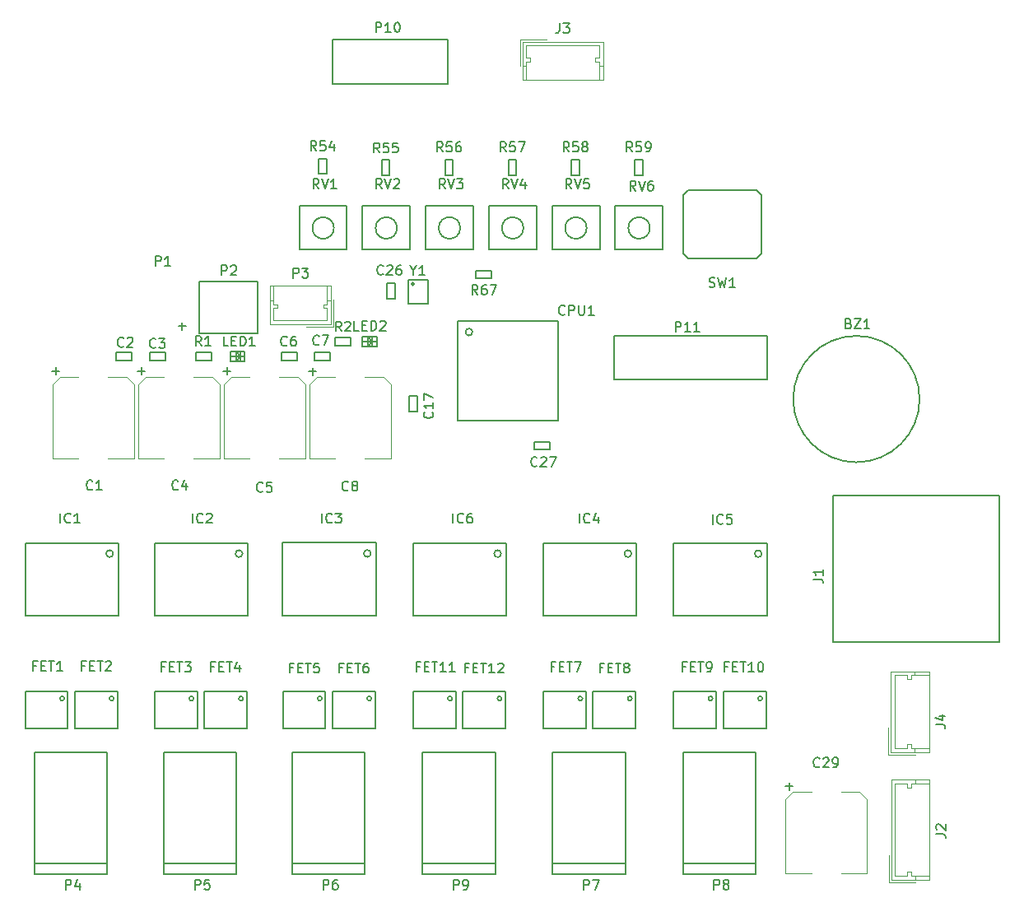
<source format=gto>
G04 #@! TF.GenerationSoftware,KiCad,Pcbnew,(5.0.0)*
G04 #@! TF.CreationDate,2018-08-27T16:21:53+09:00*
G04 #@! TF.ProjectId,lancer_mainbord_v1,6C616E6365725F6D61696E626F72645F,rev?*
G04 #@! TF.SameCoordinates,Original*
G04 #@! TF.FileFunction,Legend,Top*
G04 #@! TF.FilePolarity,Positive*
%FSLAX46Y46*%
G04 Gerber Fmt 4.6, Leading zero omitted, Abs format (unit mm)*
G04 Created by KiCad (PCBNEW (5.0.0)) date 08/27/18 16:21:53*
%MOMM*%
%LPD*%
G01*
G04 APERTURE LIST*
%ADD10C,0.120000*%
%ADD11C,0.150000*%
G04 APERTURE END LIST*
D10*
G04 #@! TO.C,J4*
X198150000Y-125200000D02*
X202100000Y-125200000D01*
X202100000Y-125200000D02*
X202100000Y-116900000D01*
X202100000Y-116900000D02*
X198150000Y-116900000D01*
X198150000Y-116900000D02*
X198150000Y-125200000D01*
X197900000Y-122700000D02*
X197900000Y-125450000D01*
X197900000Y-125450000D02*
X200650000Y-125450000D01*
X200600000Y-125200000D02*
X200600000Y-124800000D01*
X200600000Y-116900000D02*
X200600000Y-117300000D01*
X198550000Y-121050000D02*
X198550000Y-124800000D01*
X198550000Y-124800000D02*
X199800000Y-124800000D01*
X199800000Y-124800000D02*
X199800000Y-124400000D01*
X199800000Y-124400000D02*
X200200000Y-124400000D01*
X200200000Y-124400000D02*
X200200000Y-124800000D01*
X200200000Y-124800000D02*
X202100000Y-124800000D01*
X198550000Y-121050000D02*
X198550000Y-117300000D01*
X198550000Y-117300000D02*
X199800000Y-117300000D01*
X199800000Y-117300000D02*
X199800000Y-117700000D01*
X199800000Y-117700000D02*
X200200000Y-117700000D01*
X200200000Y-117700000D02*
X200200000Y-117300000D01*
X200200000Y-117300000D02*
X202100000Y-117300000D01*
G04 #@! TO.C,P3*
X140550000Y-81200000D02*
X140550000Y-77250000D01*
X140550000Y-77250000D02*
X134250000Y-77250000D01*
X134250000Y-77250000D02*
X134250000Y-81200000D01*
X134250000Y-81200000D02*
X140550000Y-81200000D01*
X138050000Y-81450000D02*
X140800000Y-81450000D01*
X140800000Y-81450000D02*
X140800000Y-78700000D01*
X140550000Y-78750000D02*
X140150000Y-78750000D01*
X134250000Y-78750000D02*
X134650000Y-78750000D01*
X137400000Y-80800000D02*
X140150000Y-80800000D01*
X140150000Y-80800000D02*
X140150000Y-79550000D01*
X140150000Y-79550000D02*
X139750000Y-79550000D01*
X139750000Y-79550000D02*
X139750000Y-79150000D01*
X139750000Y-79150000D02*
X140150000Y-79150000D01*
X140150000Y-79150000D02*
X140150000Y-77250000D01*
X137400000Y-80800000D02*
X134650000Y-80800000D01*
X134650000Y-80800000D02*
X134650000Y-79550000D01*
X134650000Y-79550000D02*
X135050000Y-79550000D01*
X135050000Y-79550000D02*
X135050000Y-79150000D01*
X135050000Y-79150000D02*
X134650000Y-79150000D01*
X134650000Y-79150000D02*
X134650000Y-77250000D01*
D11*
G04 #@! TO.C,P2*
X133000000Y-82100000D02*
X133000000Y-76800000D01*
X133000000Y-82100000D02*
X127000000Y-82100000D01*
X127000000Y-79500000D02*
X127000000Y-76800000D01*
X127000000Y-76800000D02*
X133000000Y-76800000D01*
X127000000Y-82100000D02*
X127000000Y-79500000D01*
G04 #@! TO.C,CPU1*
X163900000Y-80850000D02*
X163900000Y-91150000D01*
X163900000Y-91150000D02*
X153600000Y-91150000D01*
X153600000Y-91150000D02*
X153600000Y-80950000D01*
X153600000Y-80950000D02*
X153600000Y-80900000D01*
X153600000Y-80900000D02*
X153600000Y-80850000D01*
X153600000Y-80850000D02*
X163900000Y-80850000D01*
X155110555Y-82000000D02*
G75*
G03X155110555Y-82000000I-360555J0D01*
G01*
G04 #@! TO.C,P10*
X140700000Y-56500000D02*
X140700000Y-51900000D01*
X152600000Y-56500000D02*
X140700000Y-56500000D01*
X152600000Y-51900000D02*
X152600000Y-56500000D01*
X140700000Y-51900000D02*
X152600000Y-51900000D01*
G04 #@! TO.C,LED1*
X131700000Y-84500000D02*
X130200000Y-84500000D01*
X131200000Y-85000000D02*
X131200000Y-84000000D01*
X130800000Y-84000000D02*
X130800000Y-85000000D01*
X131200000Y-84500000D02*
X130800000Y-84000000D01*
X130800000Y-85000000D02*
X131200000Y-84500000D01*
X131700000Y-84000000D02*
X131700000Y-85000000D01*
X130200000Y-84000000D02*
X131700000Y-84000000D01*
X130200000Y-85000000D02*
X130200000Y-84000000D01*
X131700000Y-85000000D02*
X130200000Y-85000000D01*
G04 #@! TO.C,LED2*
X145300000Y-83000000D02*
X143800000Y-83000000D01*
X144800000Y-83500000D02*
X144800000Y-82500000D01*
X144400000Y-82500000D02*
X144400000Y-83500000D01*
X144800000Y-83000000D02*
X144400000Y-82500000D01*
X144400000Y-83500000D02*
X144800000Y-83000000D01*
X145300000Y-82500000D02*
X145300000Y-83500000D01*
X143800000Y-82500000D02*
X145300000Y-82500000D01*
X143800000Y-83500000D02*
X143800000Y-82500000D01*
X145300000Y-83500000D02*
X143800000Y-83500000D01*
G04 #@! TO.C,C17*
X148600000Y-88550000D02*
X148600000Y-90150000D01*
X149400000Y-88550000D02*
X148600000Y-88550000D01*
X149400000Y-88550000D02*
X149400000Y-90150000D01*
X149400000Y-90150000D02*
X148600000Y-90150000D01*
G04 #@! TO.C,P11*
X185400000Y-82400000D02*
X169700000Y-82400000D01*
X169700000Y-82400000D02*
X169700000Y-86900000D01*
X169700000Y-86900000D02*
X185400000Y-86900000D01*
X185400000Y-86900000D02*
X185400000Y-82400000D01*
G04 #@! TO.C,BZ1*
X201100000Y-88900000D02*
G75*
G03X201100000Y-88900000I-6500000J0D01*
G01*
G04 #@! TO.C,C2*
X118450000Y-84900000D02*
X120050000Y-84900000D01*
X118450000Y-84100000D02*
X118450000Y-84900000D01*
X118450000Y-84100000D02*
X120050000Y-84100000D01*
X120050000Y-84100000D02*
X120050000Y-84900000D01*
G04 #@! TO.C,C3*
X123550000Y-84100000D02*
X121950000Y-84100000D01*
X123550000Y-84900000D02*
X123550000Y-84100000D01*
X123550000Y-84900000D02*
X121950000Y-84900000D01*
X121950000Y-84900000D02*
X121950000Y-84100000D01*
G04 #@! TO.C,C6*
X135450000Y-84900000D02*
X137050000Y-84900000D01*
X135450000Y-84100000D02*
X135450000Y-84900000D01*
X135450000Y-84100000D02*
X137050000Y-84100000D01*
X137050000Y-84100000D02*
X137050000Y-84900000D01*
G04 #@! TO.C,C7*
X140450000Y-84100000D02*
X138850000Y-84100000D01*
X140450000Y-84900000D02*
X140450000Y-84100000D01*
X140450000Y-84900000D02*
X138850000Y-84900000D01*
X138850000Y-84900000D02*
X138850000Y-84100000D01*
G04 #@! TO.C,FET1*
X113500000Y-119000000D02*
X113400000Y-119000000D01*
X109100000Y-119000000D02*
X113500000Y-119000000D01*
X109100000Y-122800000D02*
X109100000Y-119000000D01*
X113500000Y-122800000D02*
X109100000Y-122800000D01*
X113500000Y-122800000D02*
X113500000Y-119000000D01*
X113123607Y-119700000D02*
G75*
G03X113123607Y-119700000I-223607J0D01*
G01*
G04 #@! TO.C,FET2*
X118600000Y-119000000D02*
X118500000Y-119000000D01*
X114200000Y-119000000D02*
X118600000Y-119000000D01*
X114200000Y-122800000D02*
X114200000Y-119000000D01*
X118600000Y-122800000D02*
X114200000Y-122800000D01*
X118600000Y-122800000D02*
X118600000Y-119000000D01*
X118223607Y-119700000D02*
G75*
G03X118223607Y-119700000I-223607J0D01*
G01*
G04 #@! TO.C,FET3*
X126800000Y-119000000D02*
X126700000Y-119000000D01*
X122400000Y-119000000D02*
X126800000Y-119000000D01*
X122400000Y-122800000D02*
X122400000Y-119000000D01*
X126800000Y-122800000D02*
X122400000Y-122800000D01*
X126800000Y-122800000D02*
X126800000Y-119000000D01*
X126423607Y-119700000D02*
G75*
G03X126423607Y-119700000I-223607J0D01*
G01*
G04 #@! TO.C,FET4*
X131900000Y-119000000D02*
X131800000Y-119000000D01*
X127500000Y-119000000D02*
X131900000Y-119000000D01*
X127500000Y-122800000D02*
X127500000Y-119000000D01*
X131900000Y-122800000D02*
X127500000Y-122800000D01*
X131900000Y-122800000D02*
X131900000Y-119000000D01*
X131523607Y-119700000D02*
G75*
G03X131523607Y-119700000I-223607J0D01*
G01*
G04 #@! TO.C,FET5*
X140000000Y-119000000D02*
X139900000Y-119000000D01*
X135600000Y-119000000D02*
X140000000Y-119000000D01*
X135600000Y-122800000D02*
X135600000Y-119000000D01*
X140000000Y-122800000D02*
X135600000Y-122800000D01*
X140000000Y-122800000D02*
X140000000Y-119000000D01*
X139623607Y-119700000D02*
G75*
G03X139623607Y-119700000I-223607J0D01*
G01*
G04 #@! TO.C,FET6*
X145100000Y-119000000D02*
X145000000Y-119000000D01*
X140700000Y-119000000D02*
X145100000Y-119000000D01*
X140700000Y-122800000D02*
X140700000Y-119000000D01*
X145100000Y-122800000D02*
X140700000Y-122800000D01*
X145100000Y-122800000D02*
X145100000Y-119000000D01*
X144723607Y-119700000D02*
G75*
G03X144723607Y-119700000I-223607J0D01*
G01*
G04 #@! TO.C,FET7*
X166800000Y-119000000D02*
X166700000Y-119000000D01*
X162400000Y-119000000D02*
X166800000Y-119000000D01*
X162400000Y-122800000D02*
X162400000Y-119000000D01*
X166800000Y-122800000D02*
X162400000Y-122800000D01*
X166800000Y-122800000D02*
X166800000Y-119000000D01*
X166423607Y-119700000D02*
G75*
G03X166423607Y-119700000I-223607J0D01*
G01*
G04 #@! TO.C,FET8*
X171900000Y-119000000D02*
X171800000Y-119000000D01*
X167500000Y-119000000D02*
X171900000Y-119000000D01*
X167500000Y-122800000D02*
X167500000Y-119000000D01*
X171900000Y-122800000D02*
X167500000Y-122800000D01*
X171900000Y-122800000D02*
X171900000Y-119000000D01*
X171523607Y-119700000D02*
G75*
G03X171523607Y-119700000I-223607J0D01*
G01*
G04 #@! TO.C,FET9*
X180200000Y-119000000D02*
X180100000Y-119000000D01*
X175800000Y-119000000D02*
X180200000Y-119000000D01*
X175800000Y-122800000D02*
X175800000Y-119000000D01*
X180200000Y-122800000D02*
X175800000Y-122800000D01*
X180200000Y-122800000D02*
X180200000Y-119000000D01*
X179823607Y-119700000D02*
G75*
G03X179823607Y-119700000I-223607J0D01*
G01*
G04 #@! TO.C,FET10*
X185300000Y-119000000D02*
X185200000Y-119000000D01*
X180900000Y-119000000D02*
X185300000Y-119000000D01*
X180900000Y-122800000D02*
X180900000Y-119000000D01*
X185300000Y-122800000D02*
X180900000Y-122800000D01*
X185300000Y-122800000D02*
X185300000Y-119000000D01*
X184923607Y-119700000D02*
G75*
G03X184923607Y-119700000I-223607J0D01*
G01*
G04 #@! TO.C,FET11*
X153400000Y-119000000D02*
X153300000Y-119000000D01*
X149000000Y-119000000D02*
X153400000Y-119000000D01*
X149000000Y-122800000D02*
X149000000Y-119000000D01*
X153400000Y-122800000D02*
X149000000Y-122800000D01*
X153400000Y-122800000D02*
X153400000Y-119000000D01*
X153023607Y-119700000D02*
G75*
G03X153023607Y-119700000I-223607J0D01*
G01*
G04 #@! TO.C,FET12*
X158500000Y-119000000D02*
X158400000Y-119000000D01*
X154100000Y-119000000D02*
X158500000Y-119000000D01*
X154100000Y-122800000D02*
X154100000Y-119000000D01*
X158500000Y-122800000D02*
X154100000Y-122800000D01*
X158500000Y-122800000D02*
X158500000Y-119000000D01*
X158123607Y-119700000D02*
G75*
G03X158123607Y-119700000I-223607J0D01*
G01*
G04 #@! TO.C,IC1*
X118160555Y-104800000D02*
G75*
G03X118160555Y-104800000I-360555J0D01*
G01*
X118700000Y-103700000D02*
X118700000Y-111200000D01*
X118700000Y-111200000D02*
X109100000Y-111200000D01*
X109100000Y-111200000D02*
X109100000Y-103700000D01*
X109100000Y-103700000D02*
X118700000Y-103700000D01*
G04 #@! TO.C,IC2*
X131460555Y-104800000D02*
G75*
G03X131460555Y-104800000I-360555J0D01*
G01*
X132000000Y-103700000D02*
X132000000Y-111200000D01*
X132000000Y-111200000D02*
X122400000Y-111200000D01*
X122400000Y-111200000D02*
X122400000Y-103700000D01*
X122400000Y-103700000D02*
X132000000Y-103700000D01*
G04 #@! TO.C,IC3*
X144650555Y-104780000D02*
G75*
G03X144650555Y-104780000I-360555J0D01*
G01*
X145190000Y-103680000D02*
X145190000Y-111180000D01*
X145190000Y-111180000D02*
X135590000Y-111180000D01*
X135590000Y-111180000D02*
X135590000Y-103680000D01*
X135590000Y-103680000D02*
X145190000Y-103680000D01*
G04 #@! TO.C,IC4*
X171460555Y-104800000D02*
G75*
G03X171460555Y-104800000I-360555J0D01*
G01*
X172000000Y-103700000D02*
X172000000Y-111200000D01*
X172000000Y-111200000D02*
X162400000Y-111200000D01*
X162400000Y-111200000D02*
X162400000Y-103700000D01*
X162400000Y-103700000D02*
X172000000Y-103700000D01*
G04 #@! TO.C,IC5*
X184860555Y-104800000D02*
G75*
G03X184860555Y-104800000I-360555J0D01*
G01*
X185400000Y-103700000D02*
X185400000Y-111200000D01*
X185400000Y-111200000D02*
X175800000Y-111200000D01*
X175800000Y-111200000D02*
X175800000Y-103700000D01*
X175800000Y-103700000D02*
X185400000Y-103700000D01*
G04 #@! TO.C,IC6*
X158060555Y-104800000D02*
G75*
G03X158060555Y-104800000I-360555J0D01*
G01*
X158600000Y-103700000D02*
X158600000Y-111200000D01*
X158600000Y-111200000D02*
X149000000Y-111200000D01*
X149000000Y-111200000D02*
X149000000Y-103700000D01*
X149000000Y-103700000D02*
X158600000Y-103700000D01*
G04 #@! TO.C,J1*
X209300000Y-113800000D02*
X209300000Y-113900000D01*
X209300000Y-113900000D02*
X192200000Y-113900000D01*
X192200000Y-113900000D02*
X192200000Y-113800000D01*
X209200000Y-98800000D02*
X192200000Y-98800000D01*
X192200000Y-98800000D02*
X192200000Y-113800000D01*
X209300000Y-113800000D02*
X209300000Y-98800000D01*
X209300000Y-98800000D02*
X209200000Y-98800000D01*
G04 #@! TO.C,R1*
X126650000Y-84100000D02*
X128250000Y-84100000D01*
X126650000Y-84100000D02*
X126650000Y-84900000D01*
X126650000Y-84900000D02*
X128250000Y-84900000D01*
X128250000Y-84100000D02*
X128250000Y-84900000D01*
G04 #@! TO.C,R2*
X140950000Y-82600000D02*
X142550000Y-82600000D01*
X140950000Y-82600000D02*
X140950000Y-83400000D01*
X140950000Y-83400000D02*
X142550000Y-83400000D01*
X142550000Y-82600000D02*
X142550000Y-83400000D01*
G04 #@! TO.C,R54*
X140100000Y-64150000D02*
X140100000Y-65750000D01*
X140100000Y-64150000D02*
X139300000Y-64150000D01*
X139300000Y-64150000D02*
X139300000Y-65750000D01*
X140100000Y-65750000D02*
X139300000Y-65750000D01*
G04 #@! TO.C,R55*
X146600000Y-64250000D02*
X146600000Y-65850000D01*
X146600000Y-64250000D02*
X145800000Y-64250000D01*
X145800000Y-64250000D02*
X145800000Y-65850000D01*
X146600000Y-65850000D02*
X145800000Y-65850000D01*
G04 #@! TO.C,R56*
X153100000Y-64250000D02*
X153100000Y-65850000D01*
X153100000Y-64250000D02*
X152300000Y-64250000D01*
X152300000Y-64250000D02*
X152300000Y-65850000D01*
X153100000Y-65850000D02*
X152300000Y-65850000D01*
G04 #@! TO.C,R57*
X159600000Y-64250000D02*
X159600000Y-65850000D01*
X159600000Y-64250000D02*
X158800000Y-64250000D01*
X158800000Y-64250000D02*
X158800000Y-65850000D01*
X159600000Y-65850000D02*
X158800000Y-65850000D01*
G04 #@! TO.C,R58*
X166100000Y-64250000D02*
X166100000Y-65850000D01*
X166100000Y-64250000D02*
X165300000Y-64250000D01*
X165300000Y-64250000D02*
X165300000Y-65850000D01*
X166100000Y-65850000D02*
X165300000Y-65850000D01*
G04 #@! TO.C,R59*
X172600000Y-64250000D02*
X172600000Y-65850000D01*
X172600000Y-64250000D02*
X171800000Y-64250000D01*
X171800000Y-64250000D02*
X171800000Y-65850000D01*
X172600000Y-65850000D02*
X171800000Y-65850000D01*
G04 #@! TO.C,SW1*
X177300000Y-67450000D02*
X176800000Y-67950000D01*
X184800000Y-67950000D02*
X184300000Y-67450000D01*
X184300000Y-74450000D02*
X184800000Y-73950000D01*
X177300000Y-74450000D02*
X176800000Y-73950000D01*
X177300000Y-67450000D02*
X184300000Y-67450000D01*
X184800000Y-67950000D02*
X184800000Y-73950000D01*
X176800000Y-73950000D02*
X176800000Y-67950000D01*
X184300000Y-74450000D02*
X177300000Y-74450000D01*
G04 #@! TO.C,RV1*
X140856797Y-71300000D02*
G75*
G03X140856797Y-71300000I-1106797J0D01*
G01*
X142200000Y-73500000D02*
X137300000Y-73500000D01*
X137300000Y-69000000D02*
X142200000Y-69000000D01*
X137300000Y-69000000D02*
X137300000Y-73500000D01*
X142200000Y-69000000D02*
X142200000Y-73500000D01*
G04 #@! TO.C,RV2*
X147356797Y-71300000D02*
G75*
G03X147356797Y-71300000I-1106797J0D01*
G01*
X148700000Y-73500000D02*
X143800000Y-73500000D01*
X143800000Y-69000000D02*
X148700000Y-69000000D01*
X143800000Y-69000000D02*
X143800000Y-73500000D01*
X148700000Y-69000000D02*
X148700000Y-73500000D01*
G04 #@! TO.C,RV3*
X153856797Y-71300000D02*
G75*
G03X153856797Y-71300000I-1106797J0D01*
G01*
X155200000Y-73500000D02*
X150300000Y-73500000D01*
X150300000Y-69000000D02*
X155200000Y-69000000D01*
X150300000Y-69000000D02*
X150300000Y-73500000D01*
X155200000Y-69000000D02*
X155200000Y-73500000D01*
G04 #@! TO.C,RV4*
X160356797Y-71300000D02*
G75*
G03X160356797Y-71300000I-1106797J0D01*
G01*
X161700000Y-73500000D02*
X156800000Y-73500000D01*
X156800000Y-69000000D02*
X161700000Y-69000000D01*
X156800000Y-69000000D02*
X156800000Y-73500000D01*
X161700000Y-69000000D02*
X161700000Y-73500000D01*
G04 #@! TO.C,RV5*
X166856797Y-71300000D02*
G75*
G03X166856797Y-71300000I-1106797J0D01*
G01*
X168200000Y-73500000D02*
X163300000Y-73500000D01*
X163300000Y-69000000D02*
X168200000Y-69000000D01*
X163300000Y-69000000D02*
X163300000Y-73500000D01*
X168200000Y-69000000D02*
X168200000Y-73500000D01*
G04 #@! TO.C,RV6*
X173356797Y-71300000D02*
G75*
G03X173356797Y-71300000I-1106797J0D01*
G01*
X174700000Y-73500000D02*
X169800000Y-73500000D01*
X169800000Y-69000000D02*
X174700000Y-69000000D01*
X169800000Y-69000000D02*
X169800000Y-73500000D01*
X174700000Y-69000000D02*
X174700000Y-73500000D01*
G04 #@! TO.C,P4*
X117550000Y-137800000D02*
X110050000Y-137800000D01*
X117550000Y-125200000D02*
X110050000Y-125200000D01*
X110050000Y-137800000D02*
X110050000Y-125800000D01*
X110050000Y-125800000D02*
X110050000Y-125200000D01*
X117550000Y-125800000D02*
X117550000Y-125200000D01*
X117550000Y-137800000D02*
X117550000Y-125800000D01*
X117550000Y-136650000D02*
X110050000Y-136650000D01*
G04 #@! TO.C,P5*
X130850000Y-137800000D02*
X123350000Y-137800000D01*
X130850000Y-125200000D02*
X123350000Y-125200000D01*
X123350000Y-137800000D02*
X123350000Y-125800000D01*
X123350000Y-125800000D02*
X123350000Y-125200000D01*
X130850000Y-125800000D02*
X130850000Y-125200000D01*
X130850000Y-137800000D02*
X130850000Y-125800000D01*
X130850000Y-136650000D02*
X123350000Y-136650000D01*
G04 #@! TO.C,P6*
X144050000Y-137800000D02*
X136550000Y-137800000D01*
X144050000Y-125200000D02*
X136550000Y-125200000D01*
X136550000Y-137800000D02*
X136550000Y-125800000D01*
X136550000Y-125800000D02*
X136550000Y-125200000D01*
X144050000Y-125800000D02*
X144050000Y-125200000D01*
X144050000Y-137800000D02*
X144050000Y-125800000D01*
X144050000Y-136650000D02*
X136550000Y-136650000D01*
G04 #@! TO.C,P7*
X170850000Y-137800000D02*
X163350000Y-137800000D01*
X170850000Y-125200000D02*
X163350000Y-125200000D01*
X163350000Y-137800000D02*
X163350000Y-125800000D01*
X163350000Y-125800000D02*
X163350000Y-125200000D01*
X170850000Y-125800000D02*
X170850000Y-125200000D01*
X170850000Y-137800000D02*
X170850000Y-125800000D01*
X170850000Y-136650000D02*
X163350000Y-136650000D01*
G04 #@! TO.C,P8*
X184250000Y-137800000D02*
X176750000Y-137800000D01*
X184250000Y-125200000D02*
X176750000Y-125200000D01*
X176750000Y-137800000D02*
X176750000Y-125800000D01*
X176750000Y-125800000D02*
X176750000Y-125200000D01*
X184250000Y-125800000D02*
X184250000Y-125200000D01*
X184250000Y-137800000D02*
X184250000Y-125800000D01*
X184250000Y-136650000D02*
X176750000Y-136650000D01*
G04 #@! TO.C,P9*
X157450000Y-137800000D02*
X149950000Y-137800000D01*
X157450000Y-125200000D02*
X149950000Y-125200000D01*
X149950000Y-137800000D02*
X149950000Y-125800000D01*
X149950000Y-125800000D02*
X149950000Y-125200000D01*
X157450000Y-125800000D02*
X157450000Y-125200000D01*
X157450000Y-137800000D02*
X157450000Y-125800000D01*
X157450000Y-136650000D02*
X149950000Y-136650000D01*
D10*
G04 #@! TO.C,J2*
X198175000Y-138350000D02*
X202125000Y-138350000D01*
X202125000Y-138350000D02*
X202125000Y-128050000D01*
X202125000Y-128050000D02*
X198175000Y-128050000D01*
X198175000Y-128050000D02*
X198175000Y-138350000D01*
X197925000Y-135850000D02*
X197925000Y-138600000D01*
X197925000Y-138600000D02*
X200675000Y-138600000D01*
X200625000Y-138350000D02*
X200625000Y-137950000D01*
X200625000Y-128050000D02*
X200625000Y-128450000D01*
X198575000Y-133200000D02*
X198575000Y-137950000D01*
X198575000Y-137950000D02*
X199825000Y-137950000D01*
X199825000Y-137950000D02*
X199825000Y-137550000D01*
X199825000Y-137550000D02*
X200225000Y-137550000D01*
X200225000Y-137550000D02*
X200225000Y-137950000D01*
X200225000Y-137950000D02*
X202125000Y-137950000D01*
X198575000Y-133200000D02*
X198575000Y-128450000D01*
X198575000Y-128450000D02*
X199825000Y-128450000D01*
X199825000Y-128450000D02*
X199825000Y-128850000D01*
X199825000Y-128850000D02*
X200225000Y-128850000D01*
X200225000Y-128850000D02*
X200225000Y-128450000D01*
X200225000Y-128450000D02*
X202125000Y-128450000D01*
G04 #@! TO.C,J3*
X160250000Y-52150000D02*
X160250000Y-56100000D01*
X160250000Y-56100000D02*
X168550000Y-56100000D01*
X168550000Y-56100000D02*
X168550000Y-52150000D01*
X168550000Y-52150000D02*
X160250000Y-52150000D01*
X162750000Y-51900000D02*
X160000000Y-51900000D01*
X160000000Y-51900000D02*
X160000000Y-54650000D01*
X160250000Y-54600000D02*
X160650000Y-54600000D01*
X168550000Y-54600000D02*
X168150000Y-54600000D01*
X164400000Y-52550000D02*
X160650000Y-52550000D01*
X160650000Y-52550000D02*
X160650000Y-53800000D01*
X160650000Y-53800000D02*
X161050000Y-53800000D01*
X161050000Y-53800000D02*
X161050000Y-54200000D01*
X161050000Y-54200000D02*
X160650000Y-54200000D01*
X160650000Y-54200000D02*
X160650000Y-56100000D01*
X164400000Y-52550000D02*
X168150000Y-52550000D01*
X168150000Y-52550000D02*
X168150000Y-53800000D01*
X168150000Y-53800000D02*
X167750000Y-53800000D01*
X167750000Y-53800000D02*
X167750000Y-54200000D01*
X167750000Y-54200000D02*
X168150000Y-54200000D01*
X168150000Y-54200000D02*
X168150000Y-56100000D01*
D11*
G04 #@! TO.C,C27*
X161450000Y-94100000D02*
X163050000Y-94100000D01*
X161450000Y-93300000D02*
X161450000Y-94100000D01*
X161450000Y-93300000D02*
X163050000Y-93300000D01*
X163050000Y-93300000D02*
X163050000Y-94100000D01*
G04 #@! TO.C,R67*
X157050000Y-76500000D02*
X155450000Y-76500000D01*
X157050000Y-76500000D02*
X157050000Y-75700000D01*
X157050000Y-75700000D02*
X155450000Y-75700000D01*
X155450000Y-76500000D02*
X155450000Y-75700000D01*
D10*
G04 #@! TO.C,C1*
X111910000Y-94990000D02*
X114590000Y-94990000D01*
X120290000Y-94990000D02*
X117610000Y-94990000D01*
X119530000Y-86610000D02*
X117610000Y-86610000D01*
X112670000Y-86610000D02*
X114590000Y-86610000D01*
X111910000Y-94990000D02*
X111910000Y-87370000D01*
X111910000Y-87370000D02*
X112670000Y-86610000D01*
X119530000Y-86610000D02*
X120290000Y-87370000D01*
X120290000Y-87370000D02*
X120290000Y-94990000D01*
G04 #@! TO.C,C4*
X120710000Y-94990000D02*
X123390000Y-94990000D01*
X129090000Y-94990000D02*
X126410000Y-94990000D01*
X128330000Y-86610000D02*
X126410000Y-86610000D01*
X121470000Y-86610000D02*
X123390000Y-86610000D01*
X120710000Y-94990000D02*
X120710000Y-87370000D01*
X120710000Y-87370000D02*
X121470000Y-86610000D01*
X128330000Y-86610000D02*
X129090000Y-87370000D01*
X129090000Y-87370000D02*
X129090000Y-94990000D01*
G04 #@! TO.C,C5*
X129510000Y-94990000D02*
X132190000Y-94990000D01*
X137890000Y-94990000D02*
X135210000Y-94990000D01*
X137130000Y-86610000D02*
X135210000Y-86610000D01*
X130270000Y-86610000D02*
X132190000Y-86610000D01*
X129510000Y-94990000D02*
X129510000Y-87370000D01*
X129510000Y-87370000D02*
X130270000Y-86610000D01*
X137130000Y-86610000D02*
X137890000Y-87370000D01*
X137890000Y-87370000D02*
X137890000Y-94990000D01*
G04 #@! TO.C,C8*
X138310000Y-95040000D02*
X140990000Y-95040000D01*
X146690000Y-95040000D02*
X144010000Y-95040000D01*
X145930000Y-86660000D02*
X144010000Y-86660000D01*
X139070000Y-86660000D02*
X140990000Y-86660000D01*
X138310000Y-95040000D02*
X138310000Y-87420000D01*
X138310000Y-87420000D02*
X139070000Y-86660000D01*
X145930000Y-86660000D02*
X146690000Y-87420000D01*
X146690000Y-87420000D02*
X146690000Y-95040000D01*
D11*
G04 #@! TO.C,C26*
X146325000Y-76950000D02*
X146325000Y-78550000D01*
X147125000Y-76950000D02*
X146325000Y-76950000D01*
X147125000Y-76950000D02*
X147125000Y-78550000D01*
X147125000Y-78550000D02*
X146325000Y-78550000D01*
G04 #@! TO.C,Y1*
X149151777Y-77073224D02*
G75*
G03X149151777Y-77073224I-176777J0D01*
G01*
X150525000Y-76600000D02*
X148525000Y-76600000D01*
X150525000Y-79100000D02*
X150525000Y-76600000D01*
X148525000Y-79100000D02*
X150525000Y-79100000D01*
X148525000Y-76600000D02*
X148525000Y-79100000D01*
D10*
G04 #@! TO.C,C29*
X195690000Y-130095000D02*
X195690000Y-137715000D01*
X194930000Y-129335000D02*
X195690000Y-130095000D01*
X187310000Y-130095000D02*
X188070000Y-129335000D01*
X187310000Y-137715000D02*
X187310000Y-130095000D01*
X188070000Y-129335000D02*
X189990000Y-129335000D01*
X194930000Y-129335000D02*
X193010000Y-129335000D01*
X195690000Y-137715000D02*
X193010000Y-137715000D01*
X187310000Y-137715000D02*
X189990000Y-137715000D01*
G04 #@! TO.C,J4*
D11*
X202752380Y-122383333D02*
X203466666Y-122383333D01*
X203609523Y-122430952D01*
X203704761Y-122526190D01*
X203752380Y-122669047D01*
X203752380Y-122764285D01*
X203085714Y-121478571D02*
X203752380Y-121478571D01*
X202704761Y-121716666D02*
X203419047Y-121954761D01*
X203419047Y-121335714D01*
G04 #@! TO.C,P3*
X136686904Y-76427380D02*
X136686904Y-75427380D01*
X137067857Y-75427380D01*
X137163095Y-75475000D01*
X137210714Y-75522619D01*
X137258333Y-75617857D01*
X137258333Y-75760714D01*
X137210714Y-75855952D01*
X137163095Y-75903571D01*
X137067857Y-75951190D01*
X136686904Y-75951190D01*
X137591666Y-75427380D02*
X138210714Y-75427380D01*
X137877380Y-75808333D01*
X138020238Y-75808333D01*
X138115476Y-75855952D01*
X138163095Y-75903571D01*
X138210714Y-75998809D01*
X138210714Y-76236904D01*
X138163095Y-76332142D01*
X138115476Y-76379761D01*
X138020238Y-76427380D01*
X137734523Y-76427380D01*
X137639285Y-76379761D01*
X137591666Y-76332142D01*
G04 #@! TO.C,P2*
X129311904Y-76152380D02*
X129311904Y-75152380D01*
X129692857Y-75152380D01*
X129788095Y-75200000D01*
X129835714Y-75247619D01*
X129883333Y-75342857D01*
X129883333Y-75485714D01*
X129835714Y-75580952D01*
X129788095Y-75628571D01*
X129692857Y-75676190D01*
X129311904Y-75676190D01*
X130264285Y-75247619D02*
X130311904Y-75200000D01*
X130407142Y-75152380D01*
X130645238Y-75152380D01*
X130740476Y-75200000D01*
X130788095Y-75247619D01*
X130835714Y-75342857D01*
X130835714Y-75438095D01*
X130788095Y-75580952D01*
X130216666Y-76152380D01*
X130835714Y-76152380D01*
G04 #@! TO.C,P1*
X122511904Y-75202380D02*
X122511904Y-74202380D01*
X122892857Y-74202380D01*
X122988095Y-74250000D01*
X123035714Y-74297619D01*
X123083333Y-74392857D01*
X123083333Y-74535714D01*
X123035714Y-74630952D01*
X122988095Y-74678571D01*
X122892857Y-74726190D01*
X122511904Y-74726190D01*
X124035714Y-75202380D02*
X123464285Y-75202380D01*
X123750000Y-75202380D02*
X123750000Y-74202380D01*
X123654761Y-74345238D01*
X123559523Y-74440476D01*
X123464285Y-74488095D01*
X124869047Y-81421428D02*
X125630952Y-81421428D01*
X125250000Y-81802380D02*
X125250000Y-81040476D01*
G04 #@! TO.C,CPU1*
X164609523Y-80157142D02*
X164561904Y-80204761D01*
X164419047Y-80252380D01*
X164323809Y-80252380D01*
X164180952Y-80204761D01*
X164085714Y-80109523D01*
X164038095Y-80014285D01*
X163990476Y-79823809D01*
X163990476Y-79680952D01*
X164038095Y-79490476D01*
X164085714Y-79395238D01*
X164180952Y-79300000D01*
X164323809Y-79252380D01*
X164419047Y-79252380D01*
X164561904Y-79300000D01*
X164609523Y-79347619D01*
X165038095Y-80252380D02*
X165038095Y-79252380D01*
X165419047Y-79252380D01*
X165514285Y-79300000D01*
X165561904Y-79347619D01*
X165609523Y-79442857D01*
X165609523Y-79585714D01*
X165561904Y-79680952D01*
X165514285Y-79728571D01*
X165419047Y-79776190D01*
X165038095Y-79776190D01*
X166038095Y-79252380D02*
X166038095Y-80061904D01*
X166085714Y-80157142D01*
X166133333Y-80204761D01*
X166228571Y-80252380D01*
X166419047Y-80252380D01*
X166514285Y-80204761D01*
X166561904Y-80157142D01*
X166609523Y-80061904D01*
X166609523Y-79252380D01*
X167609523Y-80252380D02*
X167038095Y-80252380D01*
X167323809Y-80252380D02*
X167323809Y-79252380D01*
X167228571Y-79395238D01*
X167133333Y-79490476D01*
X167038095Y-79538095D01*
G04 #@! TO.C,P10*
X145185714Y-51152380D02*
X145185714Y-50152380D01*
X145566666Y-50152380D01*
X145661904Y-50200000D01*
X145709523Y-50247619D01*
X145757142Y-50342857D01*
X145757142Y-50485714D01*
X145709523Y-50580952D01*
X145661904Y-50628571D01*
X145566666Y-50676190D01*
X145185714Y-50676190D01*
X146709523Y-51152380D02*
X146138095Y-51152380D01*
X146423809Y-51152380D02*
X146423809Y-50152380D01*
X146328571Y-50295238D01*
X146233333Y-50390476D01*
X146138095Y-50438095D01*
X147328571Y-50152380D02*
X147423809Y-50152380D01*
X147519047Y-50200000D01*
X147566666Y-50247619D01*
X147614285Y-50342857D01*
X147661904Y-50533333D01*
X147661904Y-50771428D01*
X147614285Y-50961904D01*
X147566666Y-51057142D01*
X147519047Y-51104761D01*
X147423809Y-51152380D01*
X147328571Y-51152380D01*
X147233333Y-51104761D01*
X147185714Y-51057142D01*
X147138095Y-50961904D01*
X147090476Y-50771428D01*
X147090476Y-50533333D01*
X147138095Y-50342857D01*
X147185714Y-50247619D01*
X147233333Y-50200000D01*
X147328571Y-50152380D01*
G04 #@! TO.C,LED1*
X129980952Y-83452380D02*
X129504761Y-83452380D01*
X129504761Y-82452380D01*
X130314285Y-82928571D02*
X130647619Y-82928571D01*
X130790476Y-83452380D02*
X130314285Y-83452380D01*
X130314285Y-82452380D01*
X130790476Y-82452380D01*
X131219047Y-83452380D02*
X131219047Y-82452380D01*
X131457142Y-82452380D01*
X131600000Y-82500000D01*
X131695238Y-82595238D01*
X131742857Y-82690476D01*
X131790476Y-82880952D01*
X131790476Y-83023809D01*
X131742857Y-83214285D01*
X131695238Y-83309523D01*
X131600000Y-83404761D01*
X131457142Y-83452380D01*
X131219047Y-83452380D01*
X132742857Y-83452380D02*
X132171428Y-83452380D01*
X132457142Y-83452380D02*
X132457142Y-82452380D01*
X132361904Y-82595238D01*
X132266666Y-82690476D01*
X132171428Y-82738095D01*
G04 #@! TO.C,LED2*
X143430952Y-81852380D02*
X142954761Y-81852380D01*
X142954761Y-80852380D01*
X143764285Y-81328571D02*
X144097619Y-81328571D01*
X144240476Y-81852380D02*
X143764285Y-81852380D01*
X143764285Y-80852380D01*
X144240476Y-80852380D01*
X144669047Y-81852380D02*
X144669047Y-80852380D01*
X144907142Y-80852380D01*
X145050000Y-80900000D01*
X145145238Y-80995238D01*
X145192857Y-81090476D01*
X145240476Y-81280952D01*
X145240476Y-81423809D01*
X145192857Y-81614285D01*
X145145238Y-81709523D01*
X145050000Y-81804761D01*
X144907142Y-81852380D01*
X144669047Y-81852380D01*
X145621428Y-80947619D02*
X145669047Y-80900000D01*
X145764285Y-80852380D01*
X146002380Y-80852380D01*
X146097619Y-80900000D01*
X146145238Y-80947619D01*
X146192857Y-81042857D01*
X146192857Y-81138095D01*
X146145238Y-81280952D01*
X145573809Y-81852380D01*
X146192857Y-81852380D01*
G04 #@! TO.C,C17*
X150982142Y-90242857D02*
X151029761Y-90290476D01*
X151077380Y-90433333D01*
X151077380Y-90528571D01*
X151029761Y-90671428D01*
X150934523Y-90766666D01*
X150839285Y-90814285D01*
X150648809Y-90861904D01*
X150505952Y-90861904D01*
X150315476Y-90814285D01*
X150220238Y-90766666D01*
X150125000Y-90671428D01*
X150077380Y-90528571D01*
X150077380Y-90433333D01*
X150125000Y-90290476D01*
X150172619Y-90242857D01*
X151077380Y-89290476D02*
X151077380Y-89861904D01*
X151077380Y-89576190D02*
X150077380Y-89576190D01*
X150220238Y-89671428D01*
X150315476Y-89766666D01*
X150363095Y-89861904D01*
X150077380Y-88957142D02*
X150077380Y-88290476D01*
X151077380Y-88719047D01*
G04 #@! TO.C,P11*
X175985714Y-81952380D02*
X175985714Y-80952380D01*
X176366666Y-80952380D01*
X176461904Y-81000000D01*
X176509523Y-81047619D01*
X176557142Y-81142857D01*
X176557142Y-81285714D01*
X176509523Y-81380952D01*
X176461904Y-81428571D01*
X176366666Y-81476190D01*
X175985714Y-81476190D01*
X177509523Y-81952380D02*
X176938095Y-81952380D01*
X177223809Y-81952380D02*
X177223809Y-80952380D01*
X177128571Y-81095238D01*
X177033333Y-81190476D01*
X176938095Y-81238095D01*
X178461904Y-81952380D02*
X177890476Y-81952380D01*
X178176190Y-81952380D02*
X178176190Y-80952380D01*
X178080952Y-81095238D01*
X177985714Y-81190476D01*
X177890476Y-81238095D01*
G04 #@! TO.C,BZ1*
X193819047Y-81128571D02*
X193961904Y-81176190D01*
X194009523Y-81223809D01*
X194057142Y-81319047D01*
X194057142Y-81461904D01*
X194009523Y-81557142D01*
X193961904Y-81604761D01*
X193866666Y-81652380D01*
X193485714Y-81652380D01*
X193485714Y-80652380D01*
X193819047Y-80652380D01*
X193914285Y-80700000D01*
X193961904Y-80747619D01*
X194009523Y-80842857D01*
X194009523Y-80938095D01*
X193961904Y-81033333D01*
X193914285Y-81080952D01*
X193819047Y-81128571D01*
X193485714Y-81128571D01*
X194390476Y-80652380D02*
X195057142Y-80652380D01*
X194390476Y-81652380D01*
X195057142Y-81652380D01*
X195961904Y-81652380D02*
X195390476Y-81652380D01*
X195676190Y-81652380D02*
X195676190Y-80652380D01*
X195580952Y-80795238D01*
X195485714Y-80890476D01*
X195390476Y-80938095D01*
G04 #@! TO.C,C2*
X119233333Y-83457142D02*
X119185714Y-83504761D01*
X119042857Y-83552380D01*
X118947619Y-83552380D01*
X118804761Y-83504761D01*
X118709523Y-83409523D01*
X118661904Y-83314285D01*
X118614285Y-83123809D01*
X118614285Y-82980952D01*
X118661904Y-82790476D01*
X118709523Y-82695238D01*
X118804761Y-82600000D01*
X118947619Y-82552380D01*
X119042857Y-82552380D01*
X119185714Y-82600000D01*
X119233333Y-82647619D01*
X119614285Y-82647619D02*
X119661904Y-82600000D01*
X119757142Y-82552380D01*
X119995238Y-82552380D01*
X120090476Y-82600000D01*
X120138095Y-82647619D01*
X120185714Y-82742857D01*
X120185714Y-82838095D01*
X120138095Y-82980952D01*
X119566666Y-83552380D01*
X120185714Y-83552380D01*
G04 #@! TO.C,C3*
X122533333Y-83557142D02*
X122485714Y-83604761D01*
X122342857Y-83652380D01*
X122247619Y-83652380D01*
X122104761Y-83604761D01*
X122009523Y-83509523D01*
X121961904Y-83414285D01*
X121914285Y-83223809D01*
X121914285Y-83080952D01*
X121961904Y-82890476D01*
X122009523Y-82795238D01*
X122104761Y-82700000D01*
X122247619Y-82652380D01*
X122342857Y-82652380D01*
X122485714Y-82700000D01*
X122533333Y-82747619D01*
X122866666Y-82652380D02*
X123485714Y-82652380D01*
X123152380Y-83033333D01*
X123295238Y-83033333D01*
X123390476Y-83080952D01*
X123438095Y-83128571D01*
X123485714Y-83223809D01*
X123485714Y-83461904D01*
X123438095Y-83557142D01*
X123390476Y-83604761D01*
X123295238Y-83652380D01*
X123009523Y-83652380D01*
X122914285Y-83604761D01*
X122866666Y-83557142D01*
G04 #@! TO.C,C6*
X136033333Y-83357142D02*
X135985714Y-83404761D01*
X135842857Y-83452380D01*
X135747619Y-83452380D01*
X135604761Y-83404761D01*
X135509523Y-83309523D01*
X135461904Y-83214285D01*
X135414285Y-83023809D01*
X135414285Y-82880952D01*
X135461904Y-82690476D01*
X135509523Y-82595238D01*
X135604761Y-82500000D01*
X135747619Y-82452380D01*
X135842857Y-82452380D01*
X135985714Y-82500000D01*
X136033333Y-82547619D01*
X136890476Y-82452380D02*
X136700000Y-82452380D01*
X136604761Y-82500000D01*
X136557142Y-82547619D01*
X136461904Y-82690476D01*
X136414285Y-82880952D01*
X136414285Y-83261904D01*
X136461904Y-83357142D01*
X136509523Y-83404761D01*
X136604761Y-83452380D01*
X136795238Y-83452380D01*
X136890476Y-83404761D01*
X136938095Y-83357142D01*
X136985714Y-83261904D01*
X136985714Y-83023809D01*
X136938095Y-82928571D01*
X136890476Y-82880952D01*
X136795238Y-82833333D01*
X136604761Y-82833333D01*
X136509523Y-82880952D01*
X136461904Y-82928571D01*
X136414285Y-83023809D01*
G04 #@! TO.C,C7*
X139333333Y-83257142D02*
X139285714Y-83304761D01*
X139142857Y-83352380D01*
X139047619Y-83352380D01*
X138904761Y-83304761D01*
X138809523Y-83209523D01*
X138761904Y-83114285D01*
X138714285Y-82923809D01*
X138714285Y-82780952D01*
X138761904Y-82590476D01*
X138809523Y-82495238D01*
X138904761Y-82400000D01*
X139047619Y-82352380D01*
X139142857Y-82352380D01*
X139285714Y-82400000D01*
X139333333Y-82447619D01*
X139666666Y-82352380D02*
X140333333Y-82352380D01*
X139904761Y-83352380D01*
G04 #@! TO.C,FET1*
X110233333Y-116328571D02*
X109900000Y-116328571D01*
X109900000Y-116852380D02*
X109900000Y-115852380D01*
X110376190Y-115852380D01*
X110757142Y-116328571D02*
X111090476Y-116328571D01*
X111233333Y-116852380D02*
X110757142Y-116852380D01*
X110757142Y-115852380D01*
X111233333Y-115852380D01*
X111519047Y-115852380D02*
X112090476Y-115852380D01*
X111804761Y-116852380D02*
X111804761Y-115852380D01*
X112947619Y-116852380D02*
X112376190Y-116852380D01*
X112661904Y-116852380D02*
X112661904Y-115852380D01*
X112566666Y-115995238D01*
X112471428Y-116090476D01*
X112376190Y-116138095D01*
G04 #@! TO.C,FET2*
X115233333Y-116328571D02*
X114900000Y-116328571D01*
X114900000Y-116852380D02*
X114900000Y-115852380D01*
X115376190Y-115852380D01*
X115757142Y-116328571D02*
X116090476Y-116328571D01*
X116233333Y-116852380D02*
X115757142Y-116852380D01*
X115757142Y-115852380D01*
X116233333Y-115852380D01*
X116519047Y-115852380D02*
X117090476Y-115852380D01*
X116804761Y-116852380D02*
X116804761Y-115852380D01*
X117376190Y-115947619D02*
X117423809Y-115900000D01*
X117519047Y-115852380D01*
X117757142Y-115852380D01*
X117852380Y-115900000D01*
X117900000Y-115947619D01*
X117947619Y-116042857D01*
X117947619Y-116138095D01*
X117900000Y-116280952D01*
X117328571Y-116852380D01*
X117947619Y-116852380D01*
G04 #@! TO.C,FET3*
X123433333Y-116428571D02*
X123100000Y-116428571D01*
X123100000Y-116952380D02*
X123100000Y-115952380D01*
X123576190Y-115952380D01*
X123957142Y-116428571D02*
X124290476Y-116428571D01*
X124433333Y-116952380D02*
X123957142Y-116952380D01*
X123957142Y-115952380D01*
X124433333Y-115952380D01*
X124719047Y-115952380D02*
X125290476Y-115952380D01*
X125004761Y-116952380D02*
X125004761Y-115952380D01*
X125528571Y-115952380D02*
X126147619Y-115952380D01*
X125814285Y-116333333D01*
X125957142Y-116333333D01*
X126052380Y-116380952D01*
X126100000Y-116428571D01*
X126147619Y-116523809D01*
X126147619Y-116761904D01*
X126100000Y-116857142D01*
X126052380Y-116904761D01*
X125957142Y-116952380D01*
X125671428Y-116952380D01*
X125576190Y-116904761D01*
X125528571Y-116857142D01*
G04 #@! TO.C,FET4*
X128533333Y-116428571D02*
X128200000Y-116428571D01*
X128200000Y-116952380D02*
X128200000Y-115952380D01*
X128676190Y-115952380D01*
X129057142Y-116428571D02*
X129390476Y-116428571D01*
X129533333Y-116952380D02*
X129057142Y-116952380D01*
X129057142Y-115952380D01*
X129533333Y-115952380D01*
X129819047Y-115952380D02*
X130390476Y-115952380D01*
X130104761Y-116952380D02*
X130104761Y-115952380D01*
X131152380Y-116285714D02*
X131152380Y-116952380D01*
X130914285Y-115904761D02*
X130676190Y-116619047D01*
X131295238Y-116619047D01*
G04 #@! TO.C,FET5*
X136633333Y-116528571D02*
X136300000Y-116528571D01*
X136300000Y-117052380D02*
X136300000Y-116052380D01*
X136776190Y-116052380D01*
X137157142Y-116528571D02*
X137490476Y-116528571D01*
X137633333Y-117052380D02*
X137157142Y-117052380D01*
X137157142Y-116052380D01*
X137633333Y-116052380D01*
X137919047Y-116052380D02*
X138490476Y-116052380D01*
X138204761Y-117052380D02*
X138204761Y-116052380D01*
X139300000Y-116052380D02*
X138823809Y-116052380D01*
X138776190Y-116528571D01*
X138823809Y-116480952D01*
X138919047Y-116433333D01*
X139157142Y-116433333D01*
X139252380Y-116480952D01*
X139300000Y-116528571D01*
X139347619Y-116623809D01*
X139347619Y-116861904D01*
X139300000Y-116957142D01*
X139252380Y-117004761D01*
X139157142Y-117052380D01*
X138919047Y-117052380D01*
X138823809Y-117004761D01*
X138776190Y-116957142D01*
G04 #@! TO.C,FET6*
X141733333Y-116528571D02*
X141400000Y-116528571D01*
X141400000Y-117052380D02*
X141400000Y-116052380D01*
X141876190Y-116052380D01*
X142257142Y-116528571D02*
X142590476Y-116528571D01*
X142733333Y-117052380D02*
X142257142Y-117052380D01*
X142257142Y-116052380D01*
X142733333Y-116052380D01*
X143019047Y-116052380D02*
X143590476Y-116052380D01*
X143304761Y-117052380D02*
X143304761Y-116052380D01*
X144352380Y-116052380D02*
X144161904Y-116052380D01*
X144066666Y-116100000D01*
X144019047Y-116147619D01*
X143923809Y-116290476D01*
X143876190Y-116480952D01*
X143876190Y-116861904D01*
X143923809Y-116957142D01*
X143971428Y-117004761D01*
X144066666Y-117052380D01*
X144257142Y-117052380D01*
X144352380Y-117004761D01*
X144400000Y-116957142D01*
X144447619Y-116861904D01*
X144447619Y-116623809D01*
X144400000Y-116528571D01*
X144352380Y-116480952D01*
X144257142Y-116433333D01*
X144066666Y-116433333D01*
X143971428Y-116480952D01*
X143923809Y-116528571D01*
X143876190Y-116623809D01*
G04 #@! TO.C,FET7*
X163533333Y-116428571D02*
X163200000Y-116428571D01*
X163200000Y-116952380D02*
X163200000Y-115952380D01*
X163676190Y-115952380D01*
X164057142Y-116428571D02*
X164390476Y-116428571D01*
X164533333Y-116952380D02*
X164057142Y-116952380D01*
X164057142Y-115952380D01*
X164533333Y-115952380D01*
X164819047Y-115952380D02*
X165390476Y-115952380D01*
X165104761Y-116952380D02*
X165104761Y-115952380D01*
X165628571Y-115952380D02*
X166295238Y-115952380D01*
X165866666Y-116952380D01*
G04 #@! TO.C,FET8*
X168533333Y-116528571D02*
X168200000Y-116528571D01*
X168200000Y-117052380D02*
X168200000Y-116052380D01*
X168676190Y-116052380D01*
X169057142Y-116528571D02*
X169390476Y-116528571D01*
X169533333Y-117052380D02*
X169057142Y-117052380D01*
X169057142Y-116052380D01*
X169533333Y-116052380D01*
X169819047Y-116052380D02*
X170390476Y-116052380D01*
X170104761Y-117052380D02*
X170104761Y-116052380D01*
X170866666Y-116480952D02*
X170771428Y-116433333D01*
X170723809Y-116385714D01*
X170676190Y-116290476D01*
X170676190Y-116242857D01*
X170723809Y-116147619D01*
X170771428Y-116100000D01*
X170866666Y-116052380D01*
X171057142Y-116052380D01*
X171152380Y-116100000D01*
X171200000Y-116147619D01*
X171247619Y-116242857D01*
X171247619Y-116290476D01*
X171200000Y-116385714D01*
X171152380Y-116433333D01*
X171057142Y-116480952D01*
X170866666Y-116480952D01*
X170771428Y-116528571D01*
X170723809Y-116576190D01*
X170676190Y-116671428D01*
X170676190Y-116861904D01*
X170723809Y-116957142D01*
X170771428Y-117004761D01*
X170866666Y-117052380D01*
X171057142Y-117052380D01*
X171152380Y-117004761D01*
X171200000Y-116957142D01*
X171247619Y-116861904D01*
X171247619Y-116671428D01*
X171200000Y-116576190D01*
X171152380Y-116528571D01*
X171057142Y-116480952D01*
G04 #@! TO.C,FET9*
X177033333Y-116428571D02*
X176700000Y-116428571D01*
X176700000Y-116952380D02*
X176700000Y-115952380D01*
X177176190Y-115952380D01*
X177557142Y-116428571D02*
X177890476Y-116428571D01*
X178033333Y-116952380D02*
X177557142Y-116952380D01*
X177557142Y-115952380D01*
X178033333Y-115952380D01*
X178319047Y-115952380D02*
X178890476Y-115952380D01*
X178604761Y-116952380D02*
X178604761Y-115952380D01*
X179271428Y-116952380D02*
X179461904Y-116952380D01*
X179557142Y-116904761D01*
X179604761Y-116857142D01*
X179700000Y-116714285D01*
X179747619Y-116523809D01*
X179747619Y-116142857D01*
X179700000Y-116047619D01*
X179652380Y-116000000D01*
X179557142Y-115952380D01*
X179366666Y-115952380D01*
X179271428Y-116000000D01*
X179223809Y-116047619D01*
X179176190Y-116142857D01*
X179176190Y-116380952D01*
X179223809Y-116476190D01*
X179271428Y-116523809D01*
X179366666Y-116571428D01*
X179557142Y-116571428D01*
X179652380Y-116523809D01*
X179700000Y-116476190D01*
X179747619Y-116380952D01*
G04 #@! TO.C,FET10*
X181357142Y-116428571D02*
X181023809Y-116428571D01*
X181023809Y-116952380D02*
X181023809Y-115952380D01*
X181500000Y-115952380D01*
X181880952Y-116428571D02*
X182214285Y-116428571D01*
X182357142Y-116952380D02*
X181880952Y-116952380D01*
X181880952Y-115952380D01*
X182357142Y-115952380D01*
X182642857Y-115952380D02*
X183214285Y-115952380D01*
X182928571Y-116952380D02*
X182928571Y-115952380D01*
X184071428Y-116952380D02*
X183500000Y-116952380D01*
X183785714Y-116952380D02*
X183785714Y-115952380D01*
X183690476Y-116095238D01*
X183595238Y-116190476D01*
X183500000Y-116238095D01*
X184690476Y-115952380D02*
X184785714Y-115952380D01*
X184880952Y-116000000D01*
X184928571Y-116047619D01*
X184976190Y-116142857D01*
X185023809Y-116333333D01*
X185023809Y-116571428D01*
X184976190Y-116761904D01*
X184928571Y-116857142D01*
X184880952Y-116904761D01*
X184785714Y-116952380D01*
X184690476Y-116952380D01*
X184595238Y-116904761D01*
X184547619Y-116857142D01*
X184500000Y-116761904D01*
X184452380Y-116571428D01*
X184452380Y-116333333D01*
X184500000Y-116142857D01*
X184547619Y-116047619D01*
X184595238Y-116000000D01*
X184690476Y-115952380D01*
G04 #@! TO.C,FET11*
X149657142Y-116428571D02*
X149323809Y-116428571D01*
X149323809Y-116952380D02*
X149323809Y-115952380D01*
X149800000Y-115952380D01*
X150180952Y-116428571D02*
X150514285Y-116428571D01*
X150657142Y-116952380D02*
X150180952Y-116952380D01*
X150180952Y-115952380D01*
X150657142Y-115952380D01*
X150942857Y-115952380D02*
X151514285Y-115952380D01*
X151228571Y-116952380D02*
X151228571Y-115952380D01*
X152371428Y-116952380D02*
X151800000Y-116952380D01*
X152085714Y-116952380D02*
X152085714Y-115952380D01*
X151990476Y-116095238D01*
X151895238Y-116190476D01*
X151800000Y-116238095D01*
X153323809Y-116952380D02*
X152752380Y-116952380D01*
X153038095Y-116952380D02*
X153038095Y-115952380D01*
X152942857Y-116095238D01*
X152847619Y-116190476D01*
X152752380Y-116238095D01*
G04 #@! TO.C,FET12*
X154657142Y-116528571D02*
X154323809Y-116528571D01*
X154323809Y-117052380D02*
X154323809Y-116052380D01*
X154800000Y-116052380D01*
X155180952Y-116528571D02*
X155514285Y-116528571D01*
X155657142Y-117052380D02*
X155180952Y-117052380D01*
X155180952Y-116052380D01*
X155657142Y-116052380D01*
X155942857Y-116052380D02*
X156514285Y-116052380D01*
X156228571Y-117052380D02*
X156228571Y-116052380D01*
X157371428Y-117052380D02*
X156800000Y-117052380D01*
X157085714Y-117052380D02*
X157085714Y-116052380D01*
X156990476Y-116195238D01*
X156895238Y-116290476D01*
X156800000Y-116338095D01*
X157752380Y-116147619D02*
X157800000Y-116100000D01*
X157895238Y-116052380D01*
X158133333Y-116052380D01*
X158228571Y-116100000D01*
X158276190Y-116147619D01*
X158323809Y-116242857D01*
X158323809Y-116338095D01*
X158276190Y-116480952D01*
X157704761Y-117052380D01*
X158323809Y-117052380D01*
G04 #@! TO.C,IC1*
X112723809Y-101652380D02*
X112723809Y-100652380D01*
X113771428Y-101557142D02*
X113723809Y-101604761D01*
X113580952Y-101652380D01*
X113485714Y-101652380D01*
X113342857Y-101604761D01*
X113247619Y-101509523D01*
X113200000Y-101414285D01*
X113152380Y-101223809D01*
X113152380Y-101080952D01*
X113200000Y-100890476D01*
X113247619Y-100795238D01*
X113342857Y-100700000D01*
X113485714Y-100652380D01*
X113580952Y-100652380D01*
X113723809Y-100700000D01*
X113771428Y-100747619D01*
X114723809Y-101652380D02*
X114152380Y-101652380D01*
X114438095Y-101652380D02*
X114438095Y-100652380D01*
X114342857Y-100795238D01*
X114247619Y-100890476D01*
X114152380Y-100938095D01*
G04 #@! TO.C,IC2*
X126323809Y-101652380D02*
X126323809Y-100652380D01*
X127371428Y-101557142D02*
X127323809Y-101604761D01*
X127180952Y-101652380D01*
X127085714Y-101652380D01*
X126942857Y-101604761D01*
X126847619Y-101509523D01*
X126800000Y-101414285D01*
X126752380Y-101223809D01*
X126752380Y-101080952D01*
X126800000Y-100890476D01*
X126847619Y-100795238D01*
X126942857Y-100700000D01*
X127085714Y-100652380D01*
X127180952Y-100652380D01*
X127323809Y-100700000D01*
X127371428Y-100747619D01*
X127752380Y-100747619D02*
X127800000Y-100700000D01*
X127895238Y-100652380D01*
X128133333Y-100652380D01*
X128228571Y-100700000D01*
X128276190Y-100747619D01*
X128323809Y-100842857D01*
X128323809Y-100938095D01*
X128276190Y-101080952D01*
X127704761Y-101652380D01*
X128323809Y-101652380D01*
G04 #@! TO.C,IC3*
X139623809Y-101652380D02*
X139623809Y-100652380D01*
X140671428Y-101557142D02*
X140623809Y-101604761D01*
X140480952Y-101652380D01*
X140385714Y-101652380D01*
X140242857Y-101604761D01*
X140147619Y-101509523D01*
X140100000Y-101414285D01*
X140052380Y-101223809D01*
X140052380Y-101080952D01*
X140100000Y-100890476D01*
X140147619Y-100795238D01*
X140242857Y-100700000D01*
X140385714Y-100652380D01*
X140480952Y-100652380D01*
X140623809Y-100700000D01*
X140671428Y-100747619D01*
X141004761Y-100652380D02*
X141623809Y-100652380D01*
X141290476Y-101033333D01*
X141433333Y-101033333D01*
X141528571Y-101080952D01*
X141576190Y-101128571D01*
X141623809Y-101223809D01*
X141623809Y-101461904D01*
X141576190Y-101557142D01*
X141528571Y-101604761D01*
X141433333Y-101652380D01*
X141147619Y-101652380D01*
X141052380Y-101604761D01*
X141004761Y-101557142D01*
G04 #@! TO.C,IC4*
X166123809Y-101652380D02*
X166123809Y-100652380D01*
X167171428Y-101557142D02*
X167123809Y-101604761D01*
X166980952Y-101652380D01*
X166885714Y-101652380D01*
X166742857Y-101604761D01*
X166647619Y-101509523D01*
X166600000Y-101414285D01*
X166552380Y-101223809D01*
X166552380Y-101080952D01*
X166600000Y-100890476D01*
X166647619Y-100795238D01*
X166742857Y-100700000D01*
X166885714Y-100652380D01*
X166980952Y-100652380D01*
X167123809Y-100700000D01*
X167171428Y-100747619D01*
X168028571Y-100985714D02*
X168028571Y-101652380D01*
X167790476Y-100604761D02*
X167552380Y-101319047D01*
X168171428Y-101319047D01*
G04 #@! TO.C,IC5*
X179823809Y-101752380D02*
X179823809Y-100752380D01*
X180871428Y-101657142D02*
X180823809Y-101704761D01*
X180680952Y-101752380D01*
X180585714Y-101752380D01*
X180442857Y-101704761D01*
X180347619Y-101609523D01*
X180300000Y-101514285D01*
X180252380Y-101323809D01*
X180252380Y-101180952D01*
X180300000Y-100990476D01*
X180347619Y-100895238D01*
X180442857Y-100800000D01*
X180585714Y-100752380D01*
X180680952Y-100752380D01*
X180823809Y-100800000D01*
X180871428Y-100847619D01*
X181776190Y-100752380D02*
X181300000Y-100752380D01*
X181252380Y-101228571D01*
X181300000Y-101180952D01*
X181395238Y-101133333D01*
X181633333Y-101133333D01*
X181728571Y-101180952D01*
X181776190Y-101228571D01*
X181823809Y-101323809D01*
X181823809Y-101561904D01*
X181776190Y-101657142D01*
X181728571Y-101704761D01*
X181633333Y-101752380D01*
X181395238Y-101752380D01*
X181300000Y-101704761D01*
X181252380Y-101657142D01*
G04 #@! TO.C,IC6*
X153123809Y-101652380D02*
X153123809Y-100652380D01*
X154171428Y-101557142D02*
X154123809Y-101604761D01*
X153980952Y-101652380D01*
X153885714Y-101652380D01*
X153742857Y-101604761D01*
X153647619Y-101509523D01*
X153600000Y-101414285D01*
X153552380Y-101223809D01*
X153552380Y-101080952D01*
X153600000Y-100890476D01*
X153647619Y-100795238D01*
X153742857Y-100700000D01*
X153885714Y-100652380D01*
X153980952Y-100652380D01*
X154123809Y-100700000D01*
X154171428Y-100747619D01*
X155028571Y-100652380D02*
X154838095Y-100652380D01*
X154742857Y-100700000D01*
X154695238Y-100747619D01*
X154600000Y-100890476D01*
X154552380Y-101080952D01*
X154552380Y-101461904D01*
X154600000Y-101557142D01*
X154647619Y-101604761D01*
X154742857Y-101652380D01*
X154933333Y-101652380D01*
X155028571Y-101604761D01*
X155076190Y-101557142D01*
X155123809Y-101461904D01*
X155123809Y-101223809D01*
X155076190Y-101128571D01*
X155028571Y-101080952D01*
X154933333Y-101033333D01*
X154742857Y-101033333D01*
X154647619Y-101080952D01*
X154600000Y-101128571D01*
X154552380Y-101223809D01*
G04 #@! TO.C,J1*
X190152380Y-107433333D02*
X190866666Y-107433333D01*
X191009523Y-107480952D01*
X191104761Y-107576190D01*
X191152380Y-107719047D01*
X191152380Y-107814285D01*
X191152380Y-106433333D02*
X191152380Y-107004761D01*
X191152380Y-106719047D02*
X190152380Y-106719047D01*
X190295238Y-106814285D01*
X190390476Y-106909523D01*
X190438095Y-107004761D01*
G04 #@! TO.C,R1*
X127233333Y-83427380D02*
X126900000Y-82951190D01*
X126661904Y-83427380D02*
X126661904Y-82427380D01*
X127042857Y-82427380D01*
X127138095Y-82475000D01*
X127185714Y-82522619D01*
X127233333Y-82617857D01*
X127233333Y-82760714D01*
X127185714Y-82855952D01*
X127138095Y-82903571D01*
X127042857Y-82951190D01*
X126661904Y-82951190D01*
X128185714Y-83427380D02*
X127614285Y-83427380D01*
X127900000Y-83427380D02*
X127900000Y-82427380D01*
X127804761Y-82570238D01*
X127709523Y-82665476D01*
X127614285Y-82713095D01*
G04 #@! TO.C,R2*
X141633333Y-81927380D02*
X141300000Y-81451190D01*
X141061904Y-81927380D02*
X141061904Y-80927380D01*
X141442857Y-80927380D01*
X141538095Y-80975000D01*
X141585714Y-81022619D01*
X141633333Y-81117857D01*
X141633333Y-81260714D01*
X141585714Y-81355952D01*
X141538095Y-81403571D01*
X141442857Y-81451190D01*
X141061904Y-81451190D01*
X142014285Y-81022619D02*
X142061904Y-80975000D01*
X142157142Y-80927380D01*
X142395238Y-80927380D01*
X142490476Y-80975000D01*
X142538095Y-81022619D01*
X142585714Y-81117857D01*
X142585714Y-81213095D01*
X142538095Y-81355952D01*
X141966666Y-81927380D01*
X142585714Y-81927380D01*
G04 #@! TO.C,R54*
X139057142Y-63352380D02*
X138723809Y-62876190D01*
X138485714Y-63352380D02*
X138485714Y-62352380D01*
X138866666Y-62352380D01*
X138961904Y-62400000D01*
X139009523Y-62447619D01*
X139057142Y-62542857D01*
X139057142Y-62685714D01*
X139009523Y-62780952D01*
X138961904Y-62828571D01*
X138866666Y-62876190D01*
X138485714Y-62876190D01*
X139961904Y-62352380D02*
X139485714Y-62352380D01*
X139438095Y-62828571D01*
X139485714Y-62780952D01*
X139580952Y-62733333D01*
X139819047Y-62733333D01*
X139914285Y-62780952D01*
X139961904Y-62828571D01*
X140009523Y-62923809D01*
X140009523Y-63161904D01*
X139961904Y-63257142D01*
X139914285Y-63304761D01*
X139819047Y-63352380D01*
X139580952Y-63352380D01*
X139485714Y-63304761D01*
X139438095Y-63257142D01*
X140866666Y-62685714D02*
X140866666Y-63352380D01*
X140628571Y-62304761D02*
X140390476Y-63019047D01*
X141009523Y-63019047D01*
G04 #@! TO.C,R55*
X145557142Y-63552380D02*
X145223809Y-63076190D01*
X144985714Y-63552380D02*
X144985714Y-62552380D01*
X145366666Y-62552380D01*
X145461904Y-62600000D01*
X145509523Y-62647619D01*
X145557142Y-62742857D01*
X145557142Y-62885714D01*
X145509523Y-62980952D01*
X145461904Y-63028571D01*
X145366666Y-63076190D01*
X144985714Y-63076190D01*
X146461904Y-62552380D02*
X145985714Y-62552380D01*
X145938095Y-63028571D01*
X145985714Y-62980952D01*
X146080952Y-62933333D01*
X146319047Y-62933333D01*
X146414285Y-62980952D01*
X146461904Y-63028571D01*
X146509523Y-63123809D01*
X146509523Y-63361904D01*
X146461904Y-63457142D01*
X146414285Y-63504761D01*
X146319047Y-63552380D01*
X146080952Y-63552380D01*
X145985714Y-63504761D01*
X145938095Y-63457142D01*
X147414285Y-62552380D02*
X146938095Y-62552380D01*
X146890476Y-63028571D01*
X146938095Y-62980952D01*
X147033333Y-62933333D01*
X147271428Y-62933333D01*
X147366666Y-62980952D01*
X147414285Y-63028571D01*
X147461904Y-63123809D01*
X147461904Y-63361904D01*
X147414285Y-63457142D01*
X147366666Y-63504761D01*
X147271428Y-63552380D01*
X147033333Y-63552380D01*
X146938095Y-63504761D01*
X146890476Y-63457142D01*
G04 #@! TO.C,R56*
X152057142Y-63452380D02*
X151723809Y-62976190D01*
X151485714Y-63452380D02*
X151485714Y-62452380D01*
X151866666Y-62452380D01*
X151961904Y-62500000D01*
X152009523Y-62547619D01*
X152057142Y-62642857D01*
X152057142Y-62785714D01*
X152009523Y-62880952D01*
X151961904Y-62928571D01*
X151866666Y-62976190D01*
X151485714Y-62976190D01*
X152961904Y-62452380D02*
X152485714Y-62452380D01*
X152438095Y-62928571D01*
X152485714Y-62880952D01*
X152580952Y-62833333D01*
X152819047Y-62833333D01*
X152914285Y-62880952D01*
X152961904Y-62928571D01*
X153009523Y-63023809D01*
X153009523Y-63261904D01*
X152961904Y-63357142D01*
X152914285Y-63404761D01*
X152819047Y-63452380D01*
X152580952Y-63452380D01*
X152485714Y-63404761D01*
X152438095Y-63357142D01*
X153866666Y-62452380D02*
X153676190Y-62452380D01*
X153580952Y-62500000D01*
X153533333Y-62547619D01*
X153438095Y-62690476D01*
X153390476Y-62880952D01*
X153390476Y-63261904D01*
X153438095Y-63357142D01*
X153485714Y-63404761D01*
X153580952Y-63452380D01*
X153771428Y-63452380D01*
X153866666Y-63404761D01*
X153914285Y-63357142D01*
X153961904Y-63261904D01*
X153961904Y-63023809D01*
X153914285Y-62928571D01*
X153866666Y-62880952D01*
X153771428Y-62833333D01*
X153580952Y-62833333D01*
X153485714Y-62880952D01*
X153438095Y-62928571D01*
X153390476Y-63023809D01*
G04 #@! TO.C,R57*
X158557142Y-63452380D02*
X158223809Y-62976190D01*
X157985714Y-63452380D02*
X157985714Y-62452380D01*
X158366666Y-62452380D01*
X158461904Y-62500000D01*
X158509523Y-62547619D01*
X158557142Y-62642857D01*
X158557142Y-62785714D01*
X158509523Y-62880952D01*
X158461904Y-62928571D01*
X158366666Y-62976190D01*
X157985714Y-62976190D01*
X159461904Y-62452380D02*
X158985714Y-62452380D01*
X158938095Y-62928571D01*
X158985714Y-62880952D01*
X159080952Y-62833333D01*
X159319047Y-62833333D01*
X159414285Y-62880952D01*
X159461904Y-62928571D01*
X159509523Y-63023809D01*
X159509523Y-63261904D01*
X159461904Y-63357142D01*
X159414285Y-63404761D01*
X159319047Y-63452380D01*
X159080952Y-63452380D01*
X158985714Y-63404761D01*
X158938095Y-63357142D01*
X159842857Y-62452380D02*
X160509523Y-62452380D01*
X160080952Y-63452380D01*
G04 #@! TO.C,R58*
X165057142Y-63452380D02*
X164723809Y-62976190D01*
X164485714Y-63452380D02*
X164485714Y-62452380D01*
X164866666Y-62452380D01*
X164961904Y-62500000D01*
X165009523Y-62547619D01*
X165057142Y-62642857D01*
X165057142Y-62785714D01*
X165009523Y-62880952D01*
X164961904Y-62928571D01*
X164866666Y-62976190D01*
X164485714Y-62976190D01*
X165961904Y-62452380D02*
X165485714Y-62452380D01*
X165438095Y-62928571D01*
X165485714Y-62880952D01*
X165580952Y-62833333D01*
X165819047Y-62833333D01*
X165914285Y-62880952D01*
X165961904Y-62928571D01*
X166009523Y-63023809D01*
X166009523Y-63261904D01*
X165961904Y-63357142D01*
X165914285Y-63404761D01*
X165819047Y-63452380D01*
X165580952Y-63452380D01*
X165485714Y-63404761D01*
X165438095Y-63357142D01*
X166580952Y-62880952D02*
X166485714Y-62833333D01*
X166438095Y-62785714D01*
X166390476Y-62690476D01*
X166390476Y-62642857D01*
X166438095Y-62547619D01*
X166485714Y-62500000D01*
X166580952Y-62452380D01*
X166771428Y-62452380D01*
X166866666Y-62500000D01*
X166914285Y-62547619D01*
X166961904Y-62642857D01*
X166961904Y-62690476D01*
X166914285Y-62785714D01*
X166866666Y-62833333D01*
X166771428Y-62880952D01*
X166580952Y-62880952D01*
X166485714Y-62928571D01*
X166438095Y-62976190D01*
X166390476Y-63071428D01*
X166390476Y-63261904D01*
X166438095Y-63357142D01*
X166485714Y-63404761D01*
X166580952Y-63452380D01*
X166771428Y-63452380D01*
X166866666Y-63404761D01*
X166914285Y-63357142D01*
X166961904Y-63261904D01*
X166961904Y-63071428D01*
X166914285Y-62976190D01*
X166866666Y-62928571D01*
X166771428Y-62880952D01*
G04 #@! TO.C,R59*
X171557142Y-63452380D02*
X171223809Y-62976190D01*
X170985714Y-63452380D02*
X170985714Y-62452380D01*
X171366666Y-62452380D01*
X171461904Y-62500000D01*
X171509523Y-62547619D01*
X171557142Y-62642857D01*
X171557142Y-62785714D01*
X171509523Y-62880952D01*
X171461904Y-62928571D01*
X171366666Y-62976190D01*
X170985714Y-62976190D01*
X172461904Y-62452380D02*
X171985714Y-62452380D01*
X171938095Y-62928571D01*
X171985714Y-62880952D01*
X172080952Y-62833333D01*
X172319047Y-62833333D01*
X172414285Y-62880952D01*
X172461904Y-62928571D01*
X172509523Y-63023809D01*
X172509523Y-63261904D01*
X172461904Y-63357142D01*
X172414285Y-63404761D01*
X172319047Y-63452380D01*
X172080952Y-63452380D01*
X171985714Y-63404761D01*
X171938095Y-63357142D01*
X172985714Y-63452380D02*
X173176190Y-63452380D01*
X173271428Y-63404761D01*
X173319047Y-63357142D01*
X173414285Y-63214285D01*
X173461904Y-63023809D01*
X173461904Y-62642857D01*
X173414285Y-62547619D01*
X173366666Y-62500000D01*
X173271428Y-62452380D01*
X173080952Y-62452380D01*
X172985714Y-62500000D01*
X172938095Y-62547619D01*
X172890476Y-62642857D01*
X172890476Y-62880952D01*
X172938095Y-62976190D01*
X172985714Y-63023809D01*
X173080952Y-63071428D01*
X173271428Y-63071428D01*
X173366666Y-63023809D01*
X173414285Y-62976190D01*
X173461904Y-62880952D01*
G04 #@! TO.C,SW1*
X179466666Y-77354761D02*
X179609523Y-77402380D01*
X179847619Y-77402380D01*
X179942857Y-77354761D01*
X179990476Y-77307142D01*
X180038095Y-77211904D01*
X180038095Y-77116666D01*
X179990476Y-77021428D01*
X179942857Y-76973809D01*
X179847619Y-76926190D01*
X179657142Y-76878571D01*
X179561904Y-76830952D01*
X179514285Y-76783333D01*
X179466666Y-76688095D01*
X179466666Y-76592857D01*
X179514285Y-76497619D01*
X179561904Y-76450000D01*
X179657142Y-76402380D01*
X179895238Y-76402380D01*
X180038095Y-76450000D01*
X180371428Y-76402380D02*
X180609523Y-77402380D01*
X180800000Y-76688095D01*
X180990476Y-77402380D01*
X181228571Y-76402380D01*
X182133333Y-77402380D02*
X181561904Y-77402380D01*
X181847619Y-77402380D02*
X181847619Y-76402380D01*
X181752380Y-76545238D01*
X181657142Y-76640476D01*
X181561904Y-76688095D01*
G04 #@! TO.C,RV1*
X139304761Y-67252380D02*
X138971428Y-66776190D01*
X138733333Y-67252380D02*
X138733333Y-66252380D01*
X139114285Y-66252380D01*
X139209523Y-66300000D01*
X139257142Y-66347619D01*
X139304761Y-66442857D01*
X139304761Y-66585714D01*
X139257142Y-66680952D01*
X139209523Y-66728571D01*
X139114285Y-66776190D01*
X138733333Y-66776190D01*
X139590476Y-66252380D02*
X139923809Y-67252380D01*
X140257142Y-66252380D01*
X141114285Y-67252380D02*
X140542857Y-67252380D01*
X140828571Y-67252380D02*
X140828571Y-66252380D01*
X140733333Y-66395238D01*
X140638095Y-66490476D01*
X140542857Y-66538095D01*
G04 #@! TO.C,RV2*
X145804761Y-67252380D02*
X145471428Y-66776190D01*
X145233333Y-67252380D02*
X145233333Y-66252380D01*
X145614285Y-66252380D01*
X145709523Y-66300000D01*
X145757142Y-66347619D01*
X145804761Y-66442857D01*
X145804761Y-66585714D01*
X145757142Y-66680952D01*
X145709523Y-66728571D01*
X145614285Y-66776190D01*
X145233333Y-66776190D01*
X146090476Y-66252380D02*
X146423809Y-67252380D01*
X146757142Y-66252380D01*
X147042857Y-66347619D02*
X147090476Y-66300000D01*
X147185714Y-66252380D01*
X147423809Y-66252380D01*
X147519047Y-66300000D01*
X147566666Y-66347619D01*
X147614285Y-66442857D01*
X147614285Y-66538095D01*
X147566666Y-66680952D01*
X146995238Y-67252380D01*
X147614285Y-67252380D01*
G04 #@! TO.C,RV3*
X152304761Y-67252380D02*
X151971428Y-66776190D01*
X151733333Y-67252380D02*
X151733333Y-66252380D01*
X152114285Y-66252380D01*
X152209523Y-66300000D01*
X152257142Y-66347619D01*
X152304761Y-66442857D01*
X152304761Y-66585714D01*
X152257142Y-66680952D01*
X152209523Y-66728571D01*
X152114285Y-66776190D01*
X151733333Y-66776190D01*
X152590476Y-66252380D02*
X152923809Y-67252380D01*
X153257142Y-66252380D01*
X153495238Y-66252380D02*
X154114285Y-66252380D01*
X153780952Y-66633333D01*
X153923809Y-66633333D01*
X154019047Y-66680952D01*
X154066666Y-66728571D01*
X154114285Y-66823809D01*
X154114285Y-67061904D01*
X154066666Y-67157142D01*
X154019047Y-67204761D01*
X153923809Y-67252380D01*
X153638095Y-67252380D01*
X153542857Y-67204761D01*
X153495238Y-67157142D01*
G04 #@! TO.C,RV4*
X158804761Y-67252380D02*
X158471428Y-66776190D01*
X158233333Y-67252380D02*
X158233333Y-66252380D01*
X158614285Y-66252380D01*
X158709523Y-66300000D01*
X158757142Y-66347619D01*
X158804761Y-66442857D01*
X158804761Y-66585714D01*
X158757142Y-66680952D01*
X158709523Y-66728571D01*
X158614285Y-66776190D01*
X158233333Y-66776190D01*
X159090476Y-66252380D02*
X159423809Y-67252380D01*
X159757142Y-66252380D01*
X160519047Y-66585714D02*
X160519047Y-67252380D01*
X160280952Y-66204761D02*
X160042857Y-66919047D01*
X160661904Y-66919047D01*
G04 #@! TO.C,RV5*
X165304761Y-67252380D02*
X164971428Y-66776190D01*
X164733333Y-67252380D02*
X164733333Y-66252380D01*
X165114285Y-66252380D01*
X165209523Y-66300000D01*
X165257142Y-66347619D01*
X165304761Y-66442857D01*
X165304761Y-66585714D01*
X165257142Y-66680952D01*
X165209523Y-66728571D01*
X165114285Y-66776190D01*
X164733333Y-66776190D01*
X165590476Y-66252380D02*
X165923809Y-67252380D01*
X166257142Y-66252380D01*
X167066666Y-66252380D02*
X166590476Y-66252380D01*
X166542857Y-66728571D01*
X166590476Y-66680952D01*
X166685714Y-66633333D01*
X166923809Y-66633333D01*
X167019047Y-66680952D01*
X167066666Y-66728571D01*
X167114285Y-66823809D01*
X167114285Y-67061904D01*
X167066666Y-67157142D01*
X167019047Y-67204761D01*
X166923809Y-67252380D01*
X166685714Y-67252380D01*
X166590476Y-67204761D01*
X166542857Y-67157142D01*
G04 #@! TO.C,RV6*
X171904761Y-67452380D02*
X171571428Y-66976190D01*
X171333333Y-67452380D02*
X171333333Y-66452380D01*
X171714285Y-66452380D01*
X171809523Y-66500000D01*
X171857142Y-66547619D01*
X171904761Y-66642857D01*
X171904761Y-66785714D01*
X171857142Y-66880952D01*
X171809523Y-66928571D01*
X171714285Y-66976190D01*
X171333333Y-66976190D01*
X172190476Y-66452380D02*
X172523809Y-67452380D01*
X172857142Y-66452380D01*
X173619047Y-66452380D02*
X173428571Y-66452380D01*
X173333333Y-66500000D01*
X173285714Y-66547619D01*
X173190476Y-66690476D01*
X173142857Y-66880952D01*
X173142857Y-67261904D01*
X173190476Y-67357142D01*
X173238095Y-67404761D01*
X173333333Y-67452380D01*
X173523809Y-67452380D01*
X173619047Y-67404761D01*
X173666666Y-67357142D01*
X173714285Y-67261904D01*
X173714285Y-67023809D01*
X173666666Y-66928571D01*
X173619047Y-66880952D01*
X173523809Y-66833333D01*
X173333333Y-66833333D01*
X173238095Y-66880952D01*
X173190476Y-66928571D01*
X173142857Y-67023809D01*
G04 #@! TO.C,P4*
X113261904Y-139352380D02*
X113261904Y-138352380D01*
X113642857Y-138352380D01*
X113738095Y-138400000D01*
X113785714Y-138447619D01*
X113833333Y-138542857D01*
X113833333Y-138685714D01*
X113785714Y-138780952D01*
X113738095Y-138828571D01*
X113642857Y-138876190D01*
X113261904Y-138876190D01*
X114690476Y-138685714D02*
X114690476Y-139352380D01*
X114452380Y-138304761D02*
X114214285Y-139019047D01*
X114833333Y-139019047D01*
G04 #@! TO.C,P5*
X126561904Y-139352380D02*
X126561904Y-138352380D01*
X126942857Y-138352380D01*
X127038095Y-138400000D01*
X127085714Y-138447619D01*
X127133333Y-138542857D01*
X127133333Y-138685714D01*
X127085714Y-138780952D01*
X127038095Y-138828571D01*
X126942857Y-138876190D01*
X126561904Y-138876190D01*
X128038095Y-138352380D02*
X127561904Y-138352380D01*
X127514285Y-138828571D01*
X127561904Y-138780952D01*
X127657142Y-138733333D01*
X127895238Y-138733333D01*
X127990476Y-138780952D01*
X128038095Y-138828571D01*
X128085714Y-138923809D01*
X128085714Y-139161904D01*
X128038095Y-139257142D01*
X127990476Y-139304761D01*
X127895238Y-139352380D01*
X127657142Y-139352380D01*
X127561904Y-139304761D01*
X127514285Y-139257142D01*
G04 #@! TO.C,P6*
X139761904Y-139352380D02*
X139761904Y-138352380D01*
X140142857Y-138352380D01*
X140238095Y-138400000D01*
X140285714Y-138447619D01*
X140333333Y-138542857D01*
X140333333Y-138685714D01*
X140285714Y-138780952D01*
X140238095Y-138828571D01*
X140142857Y-138876190D01*
X139761904Y-138876190D01*
X141190476Y-138352380D02*
X141000000Y-138352380D01*
X140904761Y-138400000D01*
X140857142Y-138447619D01*
X140761904Y-138590476D01*
X140714285Y-138780952D01*
X140714285Y-139161904D01*
X140761904Y-139257142D01*
X140809523Y-139304761D01*
X140904761Y-139352380D01*
X141095238Y-139352380D01*
X141190476Y-139304761D01*
X141238095Y-139257142D01*
X141285714Y-139161904D01*
X141285714Y-138923809D01*
X141238095Y-138828571D01*
X141190476Y-138780952D01*
X141095238Y-138733333D01*
X140904761Y-138733333D01*
X140809523Y-138780952D01*
X140761904Y-138828571D01*
X140714285Y-138923809D01*
G04 #@! TO.C,P7*
X166561904Y-139352380D02*
X166561904Y-138352380D01*
X166942857Y-138352380D01*
X167038095Y-138400000D01*
X167085714Y-138447619D01*
X167133333Y-138542857D01*
X167133333Y-138685714D01*
X167085714Y-138780952D01*
X167038095Y-138828571D01*
X166942857Y-138876190D01*
X166561904Y-138876190D01*
X167466666Y-138352380D02*
X168133333Y-138352380D01*
X167704761Y-139352380D01*
G04 #@! TO.C,P8*
X179961904Y-139352380D02*
X179961904Y-138352380D01*
X180342857Y-138352380D01*
X180438095Y-138400000D01*
X180485714Y-138447619D01*
X180533333Y-138542857D01*
X180533333Y-138685714D01*
X180485714Y-138780952D01*
X180438095Y-138828571D01*
X180342857Y-138876190D01*
X179961904Y-138876190D01*
X181104761Y-138780952D02*
X181009523Y-138733333D01*
X180961904Y-138685714D01*
X180914285Y-138590476D01*
X180914285Y-138542857D01*
X180961904Y-138447619D01*
X181009523Y-138400000D01*
X181104761Y-138352380D01*
X181295238Y-138352380D01*
X181390476Y-138400000D01*
X181438095Y-138447619D01*
X181485714Y-138542857D01*
X181485714Y-138590476D01*
X181438095Y-138685714D01*
X181390476Y-138733333D01*
X181295238Y-138780952D01*
X181104761Y-138780952D01*
X181009523Y-138828571D01*
X180961904Y-138876190D01*
X180914285Y-138971428D01*
X180914285Y-139161904D01*
X180961904Y-139257142D01*
X181009523Y-139304761D01*
X181104761Y-139352380D01*
X181295238Y-139352380D01*
X181390476Y-139304761D01*
X181438095Y-139257142D01*
X181485714Y-139161904D01*
X181485714Y-138971428D01*
X181438095Y-138876190D01*
X181390476Y-138828571D01*
X181295238Y-138780952D01*
G04 #@! TO.C,P9*
X153161904Y-139352380D02*
X153161904Y-138352380D01*
X153542857Y-138352380D01*
X153638095Y-138400000D01*
X153685714Y-138447619D01*
X153733333Y-138542857D01*
X153733333Y-138685714D01*
X153685714Y-138780952D01*
X153638095Y-138828571D01*
X153542857Y-138876190D01*
X153161904Y-138876190D01*
X154209523Y-139352380D02*
X154400000Y-139352380D01*
X154495238Y-139304761D01*
X154542857Y-139257142D01*
X154638095Y-139114285D01*
X154685714Y-138923809D01*
X154685714Y-138542857D01*
X154638095Y-138447619D01*
X154590476Y-138400000D01*
X154495238Y-138352380D01*
X154304761Y-138352380D01*
X154209523Y-138400000D01*
X154161904Y-138447619D01*
X154114285Y-138542857D01*
X154114285Y-138780952D01*
X154161904Y-138876190D01*
X154209523Y-138923809D01*
X154304761Y-138971428D01*
X154495238Y-138971428D01*
X154590476Y-138923809D01*
X154638095Y-138876190D01*
X154685714Y-138780952D01*
G04 #@! TO.C,J2*
X202777380Y-133633333D02*
X203491666Y-133633333D01*
X203634523Y-133680952D01*
X203729761Y-133776190D01*
X203777380Y-133919047D01*
X203777380Y-134014285D01*
X202872619Y-133204761D02*
X202825000Y-133157142D01*
X202777380Y-133061904D01*
X202777380Y-132823809D01*
X202825000Y-132728571D01*
X202872619Y-132680952D01*
X202967857Y-132633333D01*
X203063095Y-132633333D01*
X203205952Y-132680952D01*
X203777380Y-133252380D01*
X203777380Y-132633333D01*
G04 #@! TO.C,J3*
X164066666Y-50252380D02*
X164066666Y-50966666D01*
X164019047Y-51109523D01*
X163923809Y-51204761D01*
X163780952Y-51252380D01*
X163685714Y-51252380D01*
X164447619Y-50252380D02*
X165066666Y-50252380D01*
X164733333Y-50633333D01*
X164876190Y-50633333D01*
X164971428Y-50680952D01*
X165019047Y-50728571D01*
X165066666Y-50823809D01*
X165066666Y-51061904D01*
X165019047Y-51157142D01*
X164971428Y-51204761D01*
X164876190Y-51252380D01*
X164590476Y-51252380D01*
X164495238Y-51204761D01*
X164447619Y-51157142D01*
G04 #@! TO.C,C27*
X161757142Y-95757142D02*
X161709523Y-95804761D01*
X161566666Y-95852380D01*
X161471428Y-95852380D01*
X161328571Y-95804761D01*
X161233333Y-95709523D01*
X161185714Y-95614285D01*
X161138095Y-95423809D01*
X161138095Y-95280952D01*
X161185714Y-95090476D01*
X161233333Y-94995238D01*
X161328571Y-94900000D01*
X161471428Y-94852380D01*
X161566666Y-94852380D01*
X161709523Y-94900000D01*
X161757142Y-94947619D01*
X162138095Y-94947619D02*
X162185714Y-94900000D01*
X162280952Y-94852380D01*
X162519047Y-94852380D01*
X162614285Y-94900000D01*
X162661904Y-94947619D01*
X162709523Y-95042857D01*
X162709523Y-95138095D01*
X162661904Y-95280952D01*
X162090476Y-95852380D01*
X162709523Y-95852380D01*
X163042857Y-94852380D02*
X163709523Y-94852380D01*
X163280952Y-95852380D01*
G04 #@! TO.C,R67*
X155657142Y-78152380D02*
X155323809Y-77676190D01*
X155085714Y-78152380D02*
X155085714Y-77152380D01*
X155466666Y-77152380D01*
X155561904Y-77200000D01*
X155609523Y-77247619D01*
X155657142Y-77342857D01*
X155657142Y-77485714D01*
X155609523Y-77580952D01*
X155561904Y-77628571D01*
X155466666Y-77676190D01*
X155085714Y-77676190D01*
X156514285Y-77152380D02*
X156323809Y-77152380D01*
X156228571Y-77200000D01*
X156180952Y-77247619D01*
X156085714Y-77390476D01*
X156038095Y-77580952D01*
X156038095Y-77961904D01*
X156085714Y-78057142D01*
X156133333Y-78104761D01*
X156228571Y-78152380D01*
X156419047Y-78152380D01*
X156514285Y-78104761D01*
X156561904Y-78057142D01*
X156609523Y-77961904D01*
X156609523Y-77723809D01*
X156561904Y-77628571D01*
X156514285Y-77580952D01*
X156419047Y-77533333D01*
X156228571Y-77533333D01*
X156133333Y-77580952D01*
X156085714Y-77628571D01*
X156038095Y-77723809D01*
X156942857Y-77152380D02*
X157609523Y-77152380D01*
X157180952Y-78152380D01*
G04 #@! TO.C,C1*
X116033333Y-98157142D02*
X115985714Y-98204761D01*
X115842857Y-98252380D01*
X115747619Y-98252380D01*
X115604761Y-98204761D01*
X115509523Y-98109523D01*
X115461904Y-98014285D01*
X115414285Y-97823809D01*
X115414285Y-97680952D01*
X115461904Y-97490476D01*
X115509523Y-97395238D01*
X115604761Y-97300000D01*
X115747619Y-97252380D01*
X115842857Y-97252380D01*
X115985714Y-97300000D01*
X116033333Y-97347619D01*
X116985714Y-98252380D02*
X116414285Y-98252380D01*
X116700000Y-98252380D02*
X116700000Y-97252380D01*
X116604761Y-97395238D01*
X116509523Y-97490476D01*
X116414285Y-97538095D01*
X112271428Y-86400952D02*
X112271428Y-85639047D01*
X112652380Y-86020000D02*
X111890476Y-86020000D01*
G04 #@! TO.C,C4*
X124833333Y-98157142D02*
X124785714Y-98204761D01*
X124642857Y-98252380D01*
X124547619Y-98252380D01*
X124404761Y-98204761D01*
X124309523Y-98109523D01*
X124261904Y-98014285D01*
X124214285Y-97823809D01*
X124214285Y-97680952D01*
X124261904Y-97490476D01*
X124309523Y-97395238D01*
X124404761Y-97300000D01*
X124547619Y-97252380D01*
X124642857Y-97252380D01*
X124785714Y-97300000D01*
X124833333Y-97347619D01*
X125690476Y-97585714D02*
X125690476Y-98252380D01*
X125452380Y-97204761D02*
X125214285Y-97919047D01*
X125833333Y-97919047D01*
X121071428Y-86400952D02*
X121071428Y-85639047D01*
X121452380Y-86020000D02*
X120690476Y-86020000D01*
G04 #@! TO.C,C5*
X133533333Y-98357142D02*
X133485714Y-98404761D01*
X133342857Y-98452380D01*
X133247619Y-98452380D01*
X133104761Y-98404761D01*
X133009523Y-98309523D01*
X132961904Y-98214285D01*
X132914285Y-98023809D01*
X132914285Y-97880952D01*
X132961904Y-97690476D01*
X133009523Y-97595238D01*
X133104761Y-97500000D01*
X133247619Y-97452380D01*
X133342857Y-97452380D01*
X133485714Y-97500000D01*
X133533333Y-97547619D01*
X134438095Y-97452380D02*
X133961904Y-97452380D01*
X133914285Y-97928571D01*
X133961904Y-97880952D01*
X134057142Y-97833333D01*
X134295238Y-97833333D01*
X134390476Y-97880952D01*
X134438095Y-97928571D01*
X134485714Y-98023809D01*
X134485714Y-98261904D01*
X134438095Y-98357142D01*
X134390476Y-98404761D01*
X134295238Y-98452380D01*
X134057142Y-98452380D01*
X133961904Y-98404761D01*
X133914285Y-98357142D01*
X129871428Y-86400952D02*
X129871428Y-85639047D01*
X130252380Y-86020000D02*
X129490476Y-86020000D01*
G04 #@! TO.C,C8*
X142333333Y-98257142D02*
X142285714Y-98304761D01*
X142142857Y-98352380D01*
X142047619Y-98352380D01*
X141904761Y-98304761D01*
X141809523Y-98209523D01*
X141761904Y-98114285D01*
X141714285Y-97923809D01*
X141714285Y-97780952D01*
X141761904Y-97590476D01*
X141809523Y-97495238D01*
X141904761Y-97400000D01*
X142047619Y-97352380D01*
X142142857Y-97352380D01*
X142285714Y-97400000D01*
X142333333Y-97447619D01*
X142904761Y-97780952D02*
X142809523Y-97733333D01*
X142761904Y-97685714D01*
X142714285Y-97590476D01*
X142714285Y-97542857D01*
X142761904Y-97447619D01*
X142809523Y-97400000D01*
X142904761Y-97352380D01*
X143095238Y-97352380D01*
X143190476Y-97400000D01*
X143238095Y-97447619D01*
X143285714Y-97542857D01*
X143285714Y-97590476D01*
X143238095Y-97685714D01*
X143190476Y-97733333D01*
X143095238Y-97780952D01*
X142904761Y-97780952D01*
X142809523Y-97828571D01*
X142761904Y-97876190D01*
X142714285Y-97971428D01*
X142714285Y-98161904D01*
X142761904Y-98257142D01*
X142809523Y-98304761D01*
X142904761Y-98352380D01*
X143095238Y-98352380D01*
X143190476Y-98304761D01*
X143238095Y-98257142D01*
X143285714Y-98161904D01*
X143285714Y-97971428D01*
X143238095Y-97876190D01*
X143190476Y-97828571D01*
X143095238Y-97780952D01*
X138671428Y-86450952D02*
X138671428Y-85689047D01*
X139052380Y-86070000D02*
X138290476Y-86070000D01*
G04 #@! TO.C,C26*
X145932142Y-76032142D02*
X145884523Y-76079761D01*
X145741666Y-76127380D01*
X145646428Y-76127380D01*
X145503571Y-76079761D01*
X145408333Y-75984523D01*
X145360714Y-75889285D01*
X145313095Y-75698809D01*
X145313095Y-75555952D01*
X145360714Y-75365476D01*
X145408333Y-75270238D01*
X145503571Y-75175000D01*
X145646428Y-75127380D01*
X145741666Y-75127380D01*
X145884523Y-75175000D01*
X145932142Y-75222619D01*
X146313095Y-75222619D02*
X146360714Y-75175000D01*
X146455952Y-75127380D01*
X146694047Y-75127380D01*
X146789285Y-75175000D01*
X146836904Y-75222619D01*
X146884523Y-75317857D01*
X146884523Y-75413095D01*
X146836904Y-75555952D01*
X146265476Y-76127380D01*
X146884523Y-76127380D01*
X147741666Y-75127380D02*
X147551190Y-75127380D01*
X147455952Y-75175000D01*
X147408333Y-75222619D01*
X147313095Y-75365476D01*
X147265476Y-75555952D01*
X147265476Y-75936904D01*
X147313095Y-76032142D01*
X147360714Y-76079761D01*
X147455952Y-76127380D01*
X147646428Y-76127380D01*
X147741666Y-76079761D01*
X147789285Y-76032142D01*
X147836904Y-75936904D01*
X147836904Y-75698809D01*
X147789285Y-75603571D01*
X147741666Y-75555952D01*
X147646428Y-75508333D01*
X147455952Y-75508333D01*
X147360714Y-75555952D01*
X147313095Y-75603571D01*
X147265476Y-75698809D01*
G04 #@! TO.C,Y1*
X149023809Y-75676190D02*
X149023809Y-76152380D01*
X148690476Y-75152380D02*
X149023809Y-75676190D01*
X149357142Y-75152380D01*
X150214285Y-76152380D02*
X149642857Y-76152380D01*
X149928571Y-76152380D02*
X149928571Y-75152380D01*
X149833333Y-75295238D01*
X149738095Y-75390476D01*
X149642857Y-75438095D01*
G04 #@! TO.C,C29*
X190807142Y-126682142D02*
X190759523Y-126729761D01*
X190616666Y-126777380D01*
X190521428Y-126777380D01*
X190378571Y-126729761D01*
X190283333Y-126634523D01*
X190235714Y-126539285D01*
X190188095Y-126348809D01*
X190188095Y-126205952D01*
X190235714Y-126015476D01*
X190283333Y-125920238D01*
X190378571Y-125825000D01*
X190521428Y-125777380D01*
X190616666Y-125777380D01*
X190759523Y-125825000D01*
X190807142Y-125872619D01*
X191188095Y-125872619D02*
X191235714Y-125825000D01*
X191330952Y-125777380D01*
X191569047Y-125777380D01*
X191664285Y-125825000D01*
X191711904Y-125872619D01*
X191759523Y-125967857D01*
X191759523Y-126063095D01*
X191711904Y-126205952D01*
X191140476Y-126777380D01*
X191759523Y-126777380D01*
X192235714Y-126777380D02*
X192426190Y-126777380D01*
X192521428Y-126729761D01*
X192569047Y-126682142D01*
X192664285Y-126539285D01*
X192711904Y-126348809D01*
X192711904Y-125967857D01*
X192664285Y-125872619D01*
X192616666Y-125825000D01*
X192521428Y-125777380D01*
X192330952Y-125777380D01*
X192235714Y-125825000D01*
X192188095Y-125872619D01*
X192140476Y-125967857D01*
X192140476Y-126205952D01*
X192188095Y-126301190D01*
X192235714Y-126348809D01*
X192330952Y-126396428D01*
X192521428Y-126396428D01*
X192616666Y-126348809D01*
X192664285Y-126301190D01*
X192711904Y-126205952D01*
X187671428Y-129125952D02*
X187671428Y-128364047D01*
X188052380Y-128745000D02*
X187290476Y-128745000D01*
G04 #@! TD*
M02*

</source>
